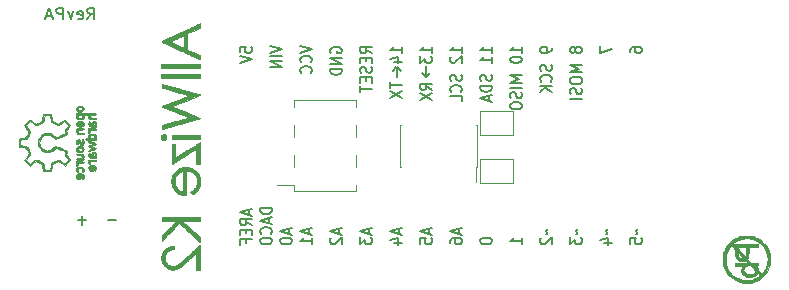
<source format=gbo>
G04 #@! TF.GenerationSoftware,KiCad,Pcbnew,5.1.0-060a0da~80~ubuntu16.04.1*
G04 #@! TF.CreationDate,2019-04-04T13:00:51+02:00*
G04 #@! TF.ProjectId,k2,6b322e6b-6963-4616-945f-706362585858,RevPB*
G04 #@! TF.SameCoordinates,Original*
G04 #@! TF.FileFunction,Legend,Bot*
G04 #@! TF.FilePolarity,Positive*
%FSLAX46Y46*%
G04 Gerber Fmt 4.6, Leading zero omitted, Abs format (unit mm)*
G04 Created by KiCad (PCBNEW 5.1.0-060a0da~80~ubuntu16.04.1) date 2019-04-04 13:00:51*
%MOMM*%
%LPD*%
G04 APERTURE LIST*
%ADD10C,0.150000*%
%ADD11C,0.200000*%
%ADD12C,0.120000*%
%ADD13C,0.010000*%
G04 APERTURE END LIST*
D10*
X146035000Y-87975000D02*
X146035000Y-88855000D01*
X146035000Y-88845000D02*
X146035000Y-88855000D01*
X146035000Y-88855000D02*
X145685000Y-88505000D01*
X146045000Y-88855000D02*
X146365000Y-88535000D01*
X143540000Y-88010000D02*
X143220000Y-88330000D01*
X143550000Y-88010000D02*
X143900000Y-88360000D01*
X143550000Y-88020000D02*
X143550000Y-88010000D01*
X143550000Y-88890000D02*
X143550000Y-88010000D01*
D11*
X119147142Y-101021428D02*
X119832857Y-101021428D01*
X116607142Y-101021428D02*
X117292857Y-101021428D01*
X116950000Y-101402380D02*
X116950000Y-100640476D01*
X131026666Y-100104285D02*
X131026666Y-100532857D01*
X131312380Y-100018571D02*
X130312380Y-100318571D01*
X131312380Y-100618571D01*
X131312380Y-101432857D02*
X130836190Y-101132857D01*
X131312380Y-100918571D02*
X130312380Y-100918571D01*
X130312380Y-101261428D01*
X130360000Y-101347142D01*
X130407619Y-101390000D01*
X130502857Y-101432857D01*
X130645714Y-101432857D01*
X130740952Y-101390000D01*
X130788571Y-101347142D01*
X130836190Y-101261428D01*
X130836190Y-100918571D01*
X130788571Y-101818571D02*
X130788571Y-102118571D01*
X131312380Y-102247142D02*
X131312380Y-101818571D01*
X130312380Y-101818571D01*
X130312380Y-102247142D01*
X130788571Y-102932857D02*
X130788571Y-102632857D01*
X131312380Y-102632857D02*
X130312380Y-102632857D01*
X130312380Y-103061428D01*
X133002380Y-99975714D02*
X132002380Y-99975714D01*
X132002380Y-100190000D01*
X132050000Y-100318571D01*
X132145238Y-100404285D01*
X132240476Y-100447142D01*
X132430952Y-100490000D01*
X132573809Y-100490000D01*
X132764285Y-100447142D01*
X132859523Y-100404285D01*
X132954761Y-100318571D01*
X133002380Y-100190000D01*
X133002380Y-99975714D01*
X132716666Y-100832857D02*
X132716666Y-101261428D01*
X133002380Y-100747142D02*
X132002380Y-101047142D01*
X133002380Y-101347142D01*
X132907142Y-102161428D02*
X132954761Y-102118571D01*
X133002380Y-101990000D01*
X133002380Y-101904285D01*
X132954761Y-101775714D01*
X132859523Y-101690000D01*
X132764285Y-101647142D01*
X132573809Y-101604285D01*
X132430952Y-101604285D01*
X132240476Y-101647142D01*
X132145238Y-101690000D01*
X132050000Y-101775714D01*
X132002380Y-101904285D01*
X132002380Y-101990000D01*
X132050000Y-102118571D01*
X132097619Y-102161428D01*
X132002380Y-102718571D02*
X132002380Y-102804285D01*
X132050000Y-102890000D01*
X132097619Y-102932857D01*
X132192857Y-102975714D01*
X132383333Y-103018571D01*
X132621428Y-103018571D01*
X132811904Y-102975714D01*
X132907142Y-102932857D01*
X132954761Y-102890000D01*
X133002380Y-102804285D01*
X133002380Y-102718571D01*
X132954761Y-102632857D01*
X132907142Y-102590000D01*
X132811904Y-102547142D01*
X132621428Y-102504285D01*
X132383333Y-102504285D01*
X132192857Y-102547142D01*
X132097619Y-102590000D01*
X132050000Y-102632857D01*
X132002380Y-102718571D01*
X134416666Y-101732857D02*
X134416666Y-102161428D01*
X134702380Y-101647142D02*
X133702380Y-101947142D01*
X134702380Y-102247142D01*
X133702380Y-102718571D02*
X133702380Y-102804285D01*
X133750000Y-102890000D01*
X133797619Y-102932857D01*
X133892857Y-102975714D01*
X134083333Y-103018571D01*
X134321428Y-103018571D01*
X134511904Y-102975714D01*
X134607142Y-102932857D01*
X134654761Y-102890000D01*
X134702380Y-102804285D01*
X134702380Y-102718571D01*
X134654761Y-102632857D01*
X134607142Y-102590000D01*
X134511904Y-102547142D01*
X134321428Y-102504285D01*
X134083333Y-102504285D01*
X133892857Y-102547142D01*
X133797619Y-102590000D01*
X133750000Y-102632857D01*
X133702380Y-102718571D01*
X136106666Y-101732857D02*
X136106666Y-102161428D01*
X136392380Y-101647142D02*
X135392380Y-101947142D01*
X136392380Y-102247142D01*
X136392380Y-103018571D02*
X136392380Y-102504285D01*
X136392380Y-102761428D02*
X135392380Y-102761428D01*
X135535238Y-102675714D01*
X135630476Y-102590000D01*
X135678095Y-102504285D01*
X138646666Y-101732857D02*
X138646666Y-102161428D01*
X138932380Y-101647142D02*
X137932380Y-101947142D01*
X138932380Y-102247142D01*
X138027619Y-102504285D02*
X137980000Y-102547142D01*
X137932380Y-102632857D01*
X137932380Y-102847142D01*
X137980000Y-102932857D01*
X138027619Y-102975714D01*
X138122857Y-103018571D01*
X138218095Y-103018571D01*
X138360952Y-102975714D01*
X138932380Y-102461428D01*
X138932380Y-103018571D01*
X141186666Y-101732857D02*
X141186666Y-102161428D01*
X141472380Y-101647142D02*
X140472380Y-101947142D01*
X141472380Y-102247142D01*
X140472380Y-102461428D02*
X140472380Y-103018571D01*
X140853333Y-102718571D01*
X140853333Y-102847142D01*
X140900952Y-102932857D01*
X140948571Y-102975714D01*
X141043809Y-103018571D01*
X141281904Y-103018571D01*
X141377142Y-102975714D01*
X141424761Y-102932857D01*
X141472380Y-102847142D01*
X141472380Y-102590000D01*
X141424761Y-102504285D01*
X141377142Y-102461428D01*
X143726666Y-101732857D02*
X143726666Y-102161428D01*
X144012380Y-101647142D02*
X143012380Y-101947142D01*
X144012380Y-102247142D01*
X143345714Y-102932857D02*
X144012380Y-102932857D01*
X142964761Y-102718571D02*
X143679047Y-102504285D01*
X143679047Y-103061428D01*
X146266666Y-101732857D02*
X146266666Y-102161428D01*
X146552380Y-101647142D02*
X145552380Y-101947142D01*
X146552380Y-102247142D01*
X145552380Y-102975714D02*
X145552380Y-102547142D01*
X146028571Y-102504285D01*
X145980952Y-102547142D01*
X145933333Y-102632857D01*
X145933333Y-102847142D01*
X145980952Y-102932857D01*
X146028571Y-102975714D01*
X146123809Y-103018571D01*
X146361904Y-103018571D01*
X146457142Y-102975714D01*
X146504761Y-102932857D01*
X146552380Y-102847142D01*
X146552380Y-102632857D01*
X146504761Y-102547142D01*
X146457142Y-102504285D01*
X148806666Y-101732857D02*
X148806666Y-102161428D01*
X149092380Y-101647142D02*
X148092380Y-101947142D01*
X149092380Y-102247142D01*
X148092380Y-102932857D02*
X148092380Y-102761428D01*
X148140000Y-102675714D01*
X148187619Y-102632857D01*
X148330476Y-102547142D01*
X148520952Y-102504285D01*
X148901904Y-102504285D01*
X148997142Y-102547142D01*
X149044761Y-102590000D01*
X149092380Y-102675714D01*
X149092380Y-102847142D01*
X149044761Y-102932857D01*
X148997142Y-102975714D01*
X148901904Y-103018571D01*
X148663809Y-103018571D01*
X148568571Y-102975714D01*
X148520952Y-102932857D01*
X148473333Y-102847142D01*
X148473333Y-102675714D01*
X148520952Y-102590000D01*
X148568571Y-102547142D01*
X148663809Y-102504285D01*
X150632380Y-102718571D02*
X150632380Y-102804285D01*
X150680000Y-102890000D01*
X150727619Y-102932857D01*
X150822857Y-102975714D01*
X151013333Y-103018571D01*
X151251428Y-103018571D01*
X151441904Y-102975714D01*
X151537142Y-102932857D01*
X151584761Y-102890000D01*
X151632380Y-102804285D01*
X151632380Y-102718571D01*
X151584761Y-102632857D01*
X151537142Y-102590000D01*
X151441904Y-102547142D01*
X151251428Y-102504285D01*
X151013333Y-102504285D01*
X150822857Y-102547142D01*
X150727619Y-102590000D01*
X150680000Y-102632857D01*
X150632380Y-102718571D01*
X154172380Y-103018571D02*
X154172380Y-102504285D01*
X154172380Y-102761428D02*
X153172380Y-102761428D01*
X153315238Y-102675714D01*
X153410476Y-102590000D01*
X153458095Y-102504285D01*
X156331428Y-101775714D02*
X156283809Y-101818571D01*
X156236190Y-101904285D01*
X156331428Y-102075714D01*
X156283809Y-102161428D01*
X156236190Y-102204285D01*
X155807619Y-102504285D02*
X155760000Y-102547142D01*
X155712380Y-102632857D01*
X155712380Y-102847142D01*
X155760000Y-102932857D01*
X155807619Y-102975714D01*
X155902857Y-103018571D01*
X155998095Y-103018571D01*
X156140952Y-102975714D01*
X156712380Y-102461428D01*
X156712380Y-103018571D01*
X158871428Y-101775714D02*
X158823809Y-101818571D01*
X158776190Y-101904285D01*
X158871428Y-102075714D01*
X158823809Y-102161428D01*
X158776190Y-102204285D01*
X158252380Y-102461428D02*
X158252380Y-103018571D01*
X158633333Y-102718571D01*
X158633333Y-102847142D01*
X158680952Y-102932857D01*
X158728571Y-102975714D01*
X158823809Y-103018571D01*
X159061904Y-103018571D01*
X159157142Y-102975714D01*
X159204761Y-102932857D01*
X159252380Y-102847142D01*
X159252380Y-102590000D01*
X159204761Y-102504285D01*
X159157142Y-102461428D01*
X161411428Y-101775714D02*
X161363809Y-101818571D01*
X161316190Y-101904285D01*
X161411428Y-102075714D01*
X161363809Y-102161428D01*
X161316190Y-102204285D01*
X161125714Y-102932857D02*
X161792380Y-102932857D01*
X160744761Y-102718571D02*
X161459047Y-102504285D01*
X161459047Y-103061428D01*
X163951428Y-101775714D02*
X163903809Y-101818571D01*
X163856190Y-101904285D01*
X163951428Y-102075714D01*
X163903809Y-102161428D01*
X163856190Y-102204285D01*
X163332380Y-102975714D02*
X163332380Y-102547142D01*
X163808571Y-102504285D01*
X163760952Y-102547142D01*
X163713333Y-102632857D01*
X163713333Y-102847142D01*
X163760952Y-102932857D01*
X163808571Y-102975714D01*
X163903809Y-103018571D01*
X164141904Y-103018571D01*
X164237142Y-102975714D01*
X164284761Y-102932857D01*
X164332380Y-102847142D01*
X164332380Y-102632857D01*
X164284761Y-102547142D01*
X164237142Y-102504285D01*
X163332380Y-86730000D02*
X163332380Y-86558571D01*
X163380000Y-86472857D01*
X163427619Y-86430000D01*
X163570476Y-86344285D01*
X163760952Y-86301428D01*
X164141904Y-86301428D01*
X164237142Y-86344285D01*
X164284761Y-86387142D01*
X164332380Y-86472857D01*
X164332380Y-86644285D01*
X164284761Y-86730000D01*
X164237142Y-86772857D01*
X164141904Y-86815714D01*
X163903809Y-86815714D01*
X163808571Y-86772857D01*
X163760952Y-86730000D01*
X163713333Y-86644285D01*
X163713333Y-86472857D01*
X163760952Y-86387142D01*
X163808571Y-86344285D01*
X163903809Y-86301428D01*
X160792380Y-86258571D02*
X160792380Y-86858571D01*
X161792380Y-86472857D01*
X158680952Y-86472857D02*
X158633333Y-86387142D01*
X158585714Y-86344285D01*
X158490476Y-86301428D01*
X158442857Y-86301428D01*
X158347619Y-86344285D01*
X158300000Y-86387142D01*
X158252380Y-86472857D01*
X158252380Y-86644285D01*
X158300000Y-86730000D01*
X158347619Y-86772857D01*
X158442857Y-86815714D01*
X158490476Y-86815714D01*
X158585714Y-86772857D01*
X158633333Y-86730000D01*
X158680952Y-86644285D01*
X158680952Y-86472857D01*
X158728571Y-86387142D01*
X158776190Y-86344285D01*
X158871428Y-86301428D01*
X159061904Y-86301428D01*
X159157142Y-86344285D01*
X159204761Y-86387142D01*
X159252380Y-86472857D01*
X159252380Y-86644285D01*
X159204761Y-86730000D01*
X159157142Y-86772857D01*
X159061904Y-86815714D01*
X158871428Y-86815714D01*
X158776190Y-86772857D01*
X158728571Y-86730000D01*
X158680952Y-86644285D01*
X159252380Y-87887142D02*
X158252380Y-87887142D01*
X158966666Y-88187142D01*
X158252380Y-88487142D01*
X159252380Y-88487142D01*
X158252380Y-89087142D02*
X158252380Y-89258571D01*
X158300000Y-89344285D01*
X158395238Y-89430000D01*
X158585714Y-89472857D01*
X158919047Y-89472857D01*
X159109523Y-89430000D01*
X159204761Y-89344285D01*
X159252380Y-89258571D01*
X159252380Y-89087142D01*
X159204761Y-89001428D01*
X159109523Y-88915714D01*
X158919047Y-88872857D01*
X158585714Y-88872857D01*
X158395238Y-88915714D01*
X158300000Y-89001428D01*
X158252380Y-89087142D01*
X159204761Y-89815714D02*
X159252380Y-89944285D01*
X159252380Y-90158571D01*
X159204761Y-90244285D01*
X159157142Y-90287142D01*
X159061904Y-90330000D01*
X158966666Y-90330000D01*
X158871428Y-90287142D01*
X158823809Y-90244285D01*
X158776190Y-90158571D01*
X158728571Y-89987142D01*
X158680952Y-89901428D01*
X158633333Y-89858571D01*
X158538095Y-89815714D01*
X158442857Y-89815714D01*
X158347619Y-89858571D01*
X158300000Y-89901428D01*
X158252380Y-89987142D01*
X158252380Y-90201428D01*
X158300000Y-90330000D01*
X159252380Y-90715714D02*
X158252380Y-90715714D01*
X156712380Y-86387142D02*
X156712380Y-86558571D01*
X156664761Y-86644285D01*
X156617142Y-86687142D01*
X156474285Y-86772857D01*
X156283809Y-86815714D01*
X155902857Y-86815714D01*
X155807619Y-86772857D01*
X155760000Y-86730000D01*
X155712380Y-86644285D01*
X155712380Y-86472857D01*
X155760000Y-86387142D01*
X155807619Y-86344285D01*
X155902857Y-86301428D01*
X156140952Y-86301428D01*
X156236190Y-86344285D01*
X156283809Y-86387142D01*
X156331428Y-86472857D01*
X156331428Y-86644285D01*
X156283809Y-86730000D01*
X156236190Y-86772857D01*
X156140952Y-86815714D01*
X156664761Y-87844285D02*
X156712380Y-87972857D01*
X156712380Y-88187142D01*
X156664761Y-88272857D01*
X156617142Y-88315714D01*
X156521904Y-88358571D01*
X156426666Y-88358571D01*
X156331428Y-88315714D01*
X156283809Y-88272857D01*
X156236190Y-88187142D01*
X156188571Y-88015714D01*
X156140952Y-87930000D01*
X156093333Y-87887142D01*
X155998095Y-87844285D01*
X155902857Y-87844285D01*
X155807619Y-87887142D01*
X155760000Y-87930000D01*
X155712380Y-88015714D01*
X155712380Y-88230000D01*
X155760000Y-88358571D01*
X156617142Y-89258571D02*
X156664761Y-89215714D01*
X156712380Y-89087142D01*
X156712380Y-89001428D01*
X156664761Y-88872857D01*
X156569523Y-88787142D01*
X156474285Y-88744285D01*
X156283809Y-88701428D01*
X156140952Y-88701428D01*
X155950476Y-88744285D01*
X155855238Y-88787142D01*
X155760000Y-88872857D01*
X155712380Y-89001428D01*
X155712380Y-89087142D01*
X155760000Y-89215714D01*
X155807619Y-89258571D01*
X156712380Y-89644285D02*
X155712380Y-89644285D01*
X156712380Y-90158571D02*
X156140952Y-89772857D01*
X155712380Y-90158571D02*
X156283809Y-89644285D01*
X154172380Y-86815714D02*
X154172380Y-86301428D01*
X154172380Y-86558571D02*
X153172380Y-86558571D01*
X153315238Y-86472857D01*
X153410476Y-86387142D01*
X153458095Y-86301428D01*
X153172380Y-87372857D02*
X153172380Y-87458571D01*
X153220000Y-87544285D01*
X153267619Y-87587142D01*
X153362857Y-87630000D01*
X153553333Y-87672857D01*
X153791428Y-87672857D01*
X153981904Y-87630000D01*
X154077142Y-87587142D01*
X154124761Y-87544285D01*
X154172380Y-87458571D01*
X154172380Y-87372857D01*
X154124761Y-87287142D01*
X154077142Y-87244285D01*
X153981904Y-87201428D01*
X153791428Y-87158571D01*
X153553333Y-87158571D01*
X153362857Y-87201428D01*
X153267619Y-87244285D01*
X153220000Y-87287142D01*
X153172380Y-87372857D01*
X154172380Y-88744285D02*
X153172380Y-88744285D01*
X153886666Y-89044285D01*
X153172380Y-89344285D01*
X154172380Y-89344285D01*
X154172380Y-89772857D02*
X153172380Y-89772857D01*
X154124761Y-90158571D02*
X154172380Y-90287142D01*
X154172380Y-90501428D01*
X154124761Y-90587142D01*
X154077142Y-90630000D01*
X153981904Y-90672857D01*
X153886666Y-90672857D01*
X153791428Y-90630000D01*
X153743809Y-90587142D01*
X153696190Y-90501428D01*
X153648571Y-90330000D01*
X153600952Y-90244285D01*
X153553333Y-90201428D01*
X153458095Y-90158571D01*
X153362857Y-90158571D01*
X153267619Y-90201428D01*
X153220000Y-90244285D01*
X153172380Y-90330000D01*
X153172380Y-90544285D01*
X153220000Y-90672857D01*
X153172380Y-91230000D02*
X153172380Y-91401428D01*
X153220000Y-91487142D01*
X153315238Y-91572857D01*
X153505714Y-91615714D01*
X153839047Y-91615714D01*
X154029523Y-91572857D01*
X154124761Y-91487142D01*
X154172380Y-91401428D01*
X154172380Y-91230000D01*
X154124761Y-91144285D01*
X154029523Y-91058571D01*
X153839047Y-91015714D01*
X153505714Y-91015714D01*
X153315238Y-91058571D01*
X153220000Y-91144285D01*
X153172380Y-91230000D01*
X151632380Y-86815714D02*
X151632380Y-86301428D01*
X151632380Y-86558571D02*
X150632380Y-86558571D01*
X150775238Y-86472857D01*
X150870476Y-86387142D01*
X150918095Y-86301428D01*
X151632380Y-87672857D02*
X151632380Y-87158571D01*
X151632380Y-87415714D02*
X150632380Y-87415714D01*
X150775238Y-87330000D01*
X150870476Y-87244285D01*
X150918095Y-87158571D01*
X151584761Y-88701428D02*
X151632380Y-88830000D01*
X151632380Y-89044285D01*
X151584761Y-89130000D01*
X151537142Y-89172857D01*
X151441904Y-89215714D01*
X151346666Y-89215714D01*
X151251428Y-89172857D01*
X151203809Y-89130000D01*
X151156190Y-89044285D01*
X151108571Y-88872857D01*
X151060952Y-88787142D01*
X151013333Y-88744285D01*
X150918095Y-88701428D01*
X150822857Y-88701428D01*
X150727619Y-88744285D01*
X150680000Y-88787142D01*
X150632380Y-88872857D01*
X150632380Y-89087142D01*
X150680000Y-89215714D01*
X151632380Y-89601428D02*
X150632380Y-89601428D01*
X150632380Y-89815714D01*
X150680000Y-89944285D01*
X150775238Y-90030000D01*
X150870476Y-90072857D01*
X151060952Y-90115714D01*
X151203809Y-90115714D01*
X151394285Y-90072857D01*
X151489523Y-90030000D01*
X151584761Y-89944285D01*
X151632380Y-89815714D01*
X151632380Y-89601428D01*
X151346666Y-90458571D02*
X151346666Y-90887142D01*
X151632380Y-90372857D02*
X150632380Y-90672857D01*
X151632380Y-90972857D01*
X149092380Y-86815714D02*
X149092380Y-86301428D01*
X149092380Y-86558571D02*
X148092380Y-86558571D01*
X148235238Y-86472857D01*
X148330476Y-86387142D01*
X148378095Y-86301428D01*
X148187619Y-87158571D02*
X148140000Y-87201428D01*
X148092380Y-87287142D01*
X148092380Y-87501428D01*
X148140000Y-87587142D01*
X148187619Y-87630000D01*
X148282857Y-87672857D01*
X148378095Y-87672857D01*
X148520952Y-87630000D01*
X149092380Y-87115714D01*
X149092380Y-87672857D01*
X149044761Y-88701428D02*
X149092380Y-88830000D01*
X149092380Y-89044285D01*
X149044761Y-89130000D01*
X148997142Y-89172857D01*
X148901904Y-89215714D01*
X148806666Y-89215714D01*
X148711428Y-89172857D01*
X148663809Y-89130000D01*
X148616190Y-89044285D01*
X148568571Y-88872857D01*
X148520952Y-88787142D01*
X148473333Y-88744285D01*
X148378095Y-88701428D01*
X148282857Y-88701428D01*
X148187619Y-88744285D01*
X148140000Y-88787142D01*
X148092380Y-88872857D01*
X148092380Y-89087142D01*
X148140000Y-89215714D01*
X148997142Y-90115714D02*
X149044761Y-90072857D01*
X149092380Y-89944285D01*
X149092380Y-89858571D01*
X149044761Y-89730000D01*
X148949523Y-89644285D01*
X148854285Y-89601428D01*
X148663809Y-89558571D01*
X148520952Y-89558571D01*
X148330476Y-89601428D01*
X148235238Y-89644285D01*
X148140000Y-89730000D01*
X148092380Y-89858571D01*
X148092380Y-89944285D01*
X148140000Y-90072857D01*
X148187619Y-90115714D01*
X149092380Y-90930000D02*
X149092380Y-90501428D01*
X148092380Y-90501428D01*
X146552380Y-86815714D02*
X146552380Y-86301428D01*
X146552380Y-86558571D02*
X145552380Y-86558571D01*
X145695238Y-86472857D01*
X145790476Y-86387142D01*
X145838095Y-86301428D01*
X145552380Y-87115714D02*
X145552380Y-87672857D01*
X145933333Y-87372857D01*
X145933333Y-87501428D01*
X145980952Y-87587142D01*
X146028571Y-87630000D01*
X146123809Y-87672857D01*
X146361904Y-87672857D01*
X146457142Y-87630000D01*
X146504761Y-87587142D01*
X146552380Y-87501428D01*
X146552380Y-87244285D01*
X146504761Y-87158571D01*
X146457142Y-87115714D01*
X146552380Y-89944285D02*
X146076190Y-89644285D01*
X146552380Y-89430000D02*
X145552380Y-89430000D01*
X145552380Y-89772857D01*
X145600000Y-89858571D01*
X145647619Y-89901428D01*
X145742857Y-89944285D01*
X145885714Y-89944285D01*
X145980952Y-89901428D01*
X146028571Y-89858571D01*
X146076190Y-89772857D01*
X146076190Y-89430000D01*
X145552380Y-90244285D02*
X146552380Y-90844285D01*
X145552380Y-90844285D02*
X146552380Y-90244285D01*
X144012380Y-86815714D02*
X144012380Y-86301428D01*
X144012380Y-86558571D02*
X143012380Y-86558571D01*
X143155238Y-86472857D01*
X143250476Y-86387142D01*
X143298095Y-86301428D01*
X143345714Y-87587142D02*
X144012380Y-87587142D01*
X142964761Y-87372857D02*
X143679047Y-87158571D01*
X143679047Y-87715714D01*
X143012380Y-89301428D02*
X143012380Y-89815714D01*
X144012380Y-89558571D02*
X143012380Y-89558571D01*
X143012380Y-90030000D02*
X144012380Y-90630000D01*
X143012380Y-90630000D02*
X144012380Y-90030000D01*
X141472380Y-86858571D02*
X140996190Y-86558571D01*
X141472380Y-86344285D02*
X140472380Y-86344285D01*
X140472380Y-86687142D01*
X140520000Y-86772857D01*
X140567619Y-86815714D01*
X140662857Y-86858571D01*
X140805714Y-86858571D01*
X140900952Y-86815714D01*
X140948571Y-86772857D01*
X140996190Y-86687142D01*
X140996190Y-86344285D01*
X140948571Y-87244285D02*
X140948571Y-87544285D01*
X141472380Y-87672857D02*
X141472380Y-87244285D01*
X140472380Y-87244285D01*
X140472380Y-87672857D01*
X141424761Y-88015714D02*
X141472380Y-88144285D01*
X141472380Y-88358571D01*
X141424761Y-88444285D01*
X141377142Y-88487142D01*
X141281904Y-88530000D01*
X141186666Y-88530000D01*
X141091428Y-88487142D01*
X141043809Y-88444285D01*
X140996190Y-88358571D01*
X140948571Y-88187142D01*
X140900952Y-88101428D01*
X140853333Y-88058571D01*
X140758095Y-88015714D01*
X140662857Y-88015714D01*
X140567619Y-88058571D01*
X140520000Y-88101428D01*
X140472380Y-88187142D01*
X140472380Y-88401428D01*
X140520000Y-88530000D01*
X140948571Y-88915714D02*
X140948571Y-89215714D01*
X141472380Y-89344285D02*
X141472380Y-88915714D01*
X140472380Y-88915714D01*
X140472380Y-89344285D01*
X140472380Y-89601428D02*
X140472380Y-90115714D01*
X141472380Y-89858571D02*
X140472380Y-89858571D01*
X137980000Y-86815714D02*
X137932380Y-86730000D01*
X137932380Y-86601428D01*
X137980000Y-86472857D01*
X138075238Y-86387142D01*
X138170476Y-86344285D01*
X138360952Y-86301428D01*
X138503809Y-86301428D01*
X138694285Y-86344285D01*
X138789523Y-86387142D01*
X138884761Y-86472857D01*
X138932380Y-86601428D01*
X138932380Y-86687142D01*
X138884761Y-86815714D01*
X138837142Y-86858571D01*
X138503809Y-86858571D01*
X138503809Y-86687142D01*
X138932380Y-87244285D02*
X137932380Y-87244285D01*
X138932380Y-87758571D01*
X137932380Y-87758571D01*
X138932380Y-88187142D02*
X137932380Y-88187142D01*
X137932380Y-88401428D01*
X137980000Y-88530000D01*
X138075238Y-88615714D01*
X138170476Y-88658571D01*
X138360952Y-88701428D01*
X138503809Y-88701428D01*
X138694285Y-88658571D01*
X138789523Y-88615714D01*
X138884761Y-88530000D01*
X138932380Y-88401428D01*
X138932380Y-88187142D01*
X135392380Y-86215714D02*
X136392380Y-86515714D01*
X135392380Y-86815714D01*
X136297142Y-87630000D02*
X136344761Y-87587142D01*
X136392380Y-87458571D01*
X136392380Y-87372857D01*
X136344761Y-87244285D01*
X136249523Y-87158571D01*
X136154285Y-87115714D01*
X135963809Y-87072857D01*
X135820952Y-87072857D01*
X135630476Y-87115714D01*
X135535238Y-87158571D01*
X135440000Y-87244285D01*
X135392380Y-87372857D01*
X135392380Y-87458571D01*
X135440000Y-87587142D01*
X135487619Y-87630000D01*
X136297142Y-88530000D02*
X136344761Y-88487142D01*
X136392380Y-88358571D01*
X136392380Y-88272857D01*
X136344761Y-88144285D01*
X136249523Y-88058571D01*
X136154285Y-88015714D01*
X135963809Y-87972857D01*
X135820952Y-87972857D01*
X135630476Y-88015714D01*
X135535238Y-88058571D01*
X135440000Y-88144285D01*
X135392380Y-88272857D01*
X135392380Y-88358571D01*
X135440000Y-88487142D01*
X135487619Y-88530000D01*
X132852380Y-86215714D02*
X133852380Y-86515714D01*
X132852380Y-86815714D01*
X133852380Y-87115714D02*
X132852380Y-87115714D01*
X133852380Y-87544285D02*
X132852380Y-87544285D01*
X133852380Y-88058571D01*
X132852380Y-88058571D01*
X130312380Y-86772857D02*
X130312380Y-86344285D01*
X130788571Y-86301428D01*
X130740952Y-86344285D01*
X130693333Y-86430000D01*
X130693333Y-86644285D01*
X130740952Y-86730000D01*
X130788571Y-86772857D01*
X130883809Y-86815714D01*
X131121904Y-86815714D01*
X131217142Y-86772857D01*
X131264761Y-86730000D01*
X131312380Y-86644285D01*
X131312380Y-86430000D01*
X131264761Y-86344285D01*
X131217142Y-86301428D01*
X130312380Y-87072857D02*
X131312380Y-87372857D01*
X130312380Y-87672857D01*
X117378571Y-83992380D02*
X117711904Y-83516190D01*
X117950000Y-83992380D02*
X117950000Y-82992380D01*
X117569047Y-82992380D01*
X117473809Y-83040000D01*
X117426190Y-83087619D01*
X117378571Y-83182857D01*
X117378571Y-83325714D01*
X117426190Y-83420952D01*
X117473809Y-83468571D01*
X117569047Y-83516190D01*
X117950000Y-83516190D01*
X116569047Y-83944761D02*
X116664285Y-83992380D01*
X116854761Y-83992380D01*
X116950000Y-83944761D01*
X116997619Y-83849523D01*
X116997619Y-83468571D01*
X116950000Y-83373333D01*
X116854761Y-83325714D01*
X116664285Y-83325714D01*
X116569047Y-83373333D01*
X116521428Y-83468571D01*
X116521428Y-83563809D01*
X116997619Y-83659047D01*
X116188095Y-83325714D02*
X115950000Y-83992380D01*
X115711904Y-83325714D01*
X115330952Y-83992380D02*
X115330952Y-82992380D01*
X114950000Y-82992380D01*
X114854761Y-83040000D01*
X114807142Y-83087619D01*
X114759523Y-83182857D01*
X114759523Y-83325714D01*
X114807142Y-83420952D01*
X114854761Y-83468571D01*
X114950000Y-83516190D01*
X115330952Y-83516190D01*
X114378571Y-83706666D02*
X113902380Y-83706666D01*
X114473809Y-83992380D02*
X114140476Y-82992380D01*
X113807142Y-83992380D01*
D12*
X150335000Y-96455000D02*
X150335000Y-92925000D01*
X143865000Y-96455000D02*
X143865000Y-92925000D01*
X150270000Y-97780000D02*
X150270000Y-96455000D01*
X150335000Y-96455000D02*
X150270000Y-96455000D01*
X150335000Y-92925000D02*
X150270000Y-92925000D01*
X143930000Y-96455000D02*
X143865000Y-96455000D01*
X143930000Y-92925000D02*
X143865000Y-92925000D01*
X134890000Y-98560000D02*
X140090000Y-98560000D01*
X134890000Y-90820000D02*
X140090000Y-90820000D01*
X133450000Y-97990000D02*
X134890000Y-97990000D01*
X134890000Y-98560000D02*
X134890000Y-97990000D01*
X140090000Y-98560000D02*
X140090000Y-97990000D01*
X134890000Y-91390000D02*
X134890000Y-90820000D01*
X140090000Y-91390000D02*
X140090000Y-90820000D01*
X134890000Y-96470000D02*
X134890000Y-95450000D01*
X140090000Y-96470000D02*
X140090000Y-95450000D01*
X134890000Y-93930000D02*
X134890000Y-92910000D01*
X140090000Y-93930000D02*
X140090000Y-92910000D01*
X153450000Y-93750000D02*
X153450000Y-91750000D01*
X150650000Y-93750000D02*
X153450000Y-93750000D01*
X150650000Y-91750000D02*
X150650000Y-93750000D01*
X153450000Y-91750000D02*
X150650000Y-91750000D01*
X153430000Y-97850000D02*
X153430000Y-95850000D01*
X150630000Y-97850000D02*
X153430000Y-97850000D01*
X150630000Y-95850000D02*
X150630000Y-97850000D01*
X153430000Y-95850000D02*
X150630000Y-95850000D01*
D13*
G36*
X116420625Y-92327590D02*
G01*
X116483231Y-92401664D01*
X116599716Y-92448724D01*
X116739208Y-92462857D01*
X116908630Y-92446357D01*
X117015366Y-92395195D01*
X117061777Y-92306875D01*
X117050230Y-92178905D01*
X117040203Y-92145357D01*
X117029758Y-92101470D01*
X117044524Y-92077030D01*
X117098980Y-92066356D01*
X117207602Y-92063765D01*
X117248245Y-92063714D01*
X117483094Y-92063714D01*
X117464498Y-92202359D01*
X117461583Y-92316751D01*
X117495450Y-92393355D01*
X117575500Y-92438741D01*
X117711138Y-92459480D01*
X117837306Y-92462857D01*
X117980071Y-92459960D01*
X118063588Y-92449499D01*
X118101014Y-92428815D01*
X118106857Y-92408429D01*
X118089981Y-92376660D01*
X118030235Y-92359697D01*
X117913942Y-92354079D01*
X117891735Y-92354000D01*
X117733434Y-92339955D01*
X117621695Y-92300743D01*
X117566913Y-92240752D01*
X117563127Y-92215337D01*
X117588241Y-92147084D01*
X117665351Y-92101881D01*
X117802601Y-92075864D01*
X117868516Y-92070437D01*
X118008524Y-92056331D01*
X118084996Y-92034648D01*
X118106857Y-92005059D01*
X118095552Y-91988582D01*
X118056377Y-91976003D01*
X117981443Y-91966845D01*
X117862861Y-91960633D01*
X117692743Y-91956892D01*
X117463199Y-91955147D01*
X117273746Y-91954857D01*
X116783393Y-91954857D01*
X116783393Y-92080696D01*
X116849503Y-92097910D01*
X116927563Y-92154807D01*
X116943210Y-92228822D01*
X116896081Y-92299437D01*
X116853538Y-92324983D01*
X116743458Y-92348915D01*
X116645018Y-92327178D01*
X116579537Y-92268187D01*
X116564714Y-92211007D01*
X116595587Y-92132652D01*
X116675054Y-92086603D01*
X116783393Y-92080696D01*
X116783393Y-91954857D01*
X116440636Y-91954857D01*
X116443462Y-92054643D01*
X116436034Y-92161494D01*
X116420504Y-92232717D01*
X116420625Y-92327590D01*
X116420625Y-92327590D01*
G37*
X116420625Y-92327590D02*
X116483231Y-92401664D01*
X116599716Y-92448724D01*
X116739208Y-92462857D01*
X116908630Y-92446357D01*
X117015366Y-92395195D01*
X117061777Y-92306875D01*
X117050230Y-92178905D01*
X117040203Y-92145357D01*
X117029758Y-92101470D01*
X117044524Y-92077030D01*
X117098980Y-92066356D01*
X117207602Y-92063765D01*
X117248245Y-92063714D01*
X117483094Y-92063714D01*
X117464498Y-92202359D01*
X117461583Y-92316751D01*
X117495450Y-92393355D01*
X117575500Y-92438741D01*
X117711138Y-92459480D01*
X117837306Y-92462857D01*
X117980071Y-92459960D01*
X118063588Y-92449499D01*
X118101014Y-92428815D01*
X118106857Y-92408429D01*
X118089981Y-92376660D01*
X118030235Y-92359697D01*
X117913942Y-92354079D01*
X117891735Y-92354000D01*
X117733434Y-92339955D01*
X117621695Y-92300743D01*
X117566913Y-92240752D01*
X117563127Y-92215337D01*
X117588241Y-92147084D01*
X117665351Y-92101881D01*
X117802601Y-92075864D01*
X117868516Y-92070437D01*
X118008524Y-92056331D01*
X118084996Y-92034648D01*
X118106857Y-92005059D01*
X118095552Y-91988582D01*
X118056377Y-91976003D01*
X117981443Y-91966845D01*
X117862861Y-91960633D01*
X117692743Y-91956892D01*
X117463199Y-91955147D01*
X117273746Y-91954857D01*
X116783393Y-91954857D01*
X116783393Y-92080696D01*
X116849503Y-92097910D01*
X116927563Y-92154807D01*
X116943210Y-92228822D01*
X116896081Y-92299437D01*
X116853538Y-92324983D01*
X116743458Y-92348915D01*
X116645018Y-92327178D01*
X116579537Y-92268187D01*
X116564714Y-92211007D01*
X116595587Y-92132652D01*
X116675054Y-92086603D01*
X116783393Y-92080696D01*
X116783393Y-91954857D01*
X116440636Y-91954857D01*
X116443462Y-92054643D01*
X116436034Y-92161494D01*
X116420504Y-92232717D01*
X116420625Y-92327590D01*
G36*
X117478131Y-92963696D02*
G01*
X117510735Y-93022694D01*
X117571517Y-93056431D01*
X117678188Y-93074635D01*
X117830895Y-93079714D01*
X118094035Y-93079714D01*
X118099169Y-92884611D01*
X118094627Y-92750760D01*
X118069067Y-92667258D01*
X118039222Y-92630611D01*
X117939986Y-92577562D01*
X117854447Y-92586721D01*
X117854447Y-92697732D01*
X117911444Y-92697863D01*
X117967439Y-92744055D01*
X117997320Y-92813921D01*
X117998000Y-92825714D01*
X117971830Y-92902354D01*
X117945161Y-92933252D01*
X117878923Y-92960064D01*
X117833452Y-92922012D01*
X117816571Y-92825714D01*
X117828497Y-92742343D01*
X117854447Y-92697732D01*
X117854447Y-92586721D01*
X117844540Y-92587782D01*
X117765929Y-92652561D01*
X117717199Y-92763190D01*
X117707714Y-92851931D01*
X117699479Y-92941003D01*
X117668020Y-92966953D01*
X117603210Y-92938039D01*
X117602591Y-92937648D01*
X117568915Y-92881228D01*
X117572988Y-92775582D01*
X117575869Y-92679903D01*
X117554393Y-92622506D01*
X117517215Y-92616089D01*
X117486499Y-92648709D01*
X117459026Y-92738285D01*
X117456982Y-92854777D01*
X117478131Y-92963696D01*
X117478131Y-92963696D01*
G37*
X117478131Y-92963696D02*
X117510735Y-93022694D01*
X117571517Y-93056431D01*
X117678188Y-93074635D01*
X117830895Y-93079714D01*
X118094035Y-93079714D01*
X118099169Y-92884611D01*
X118094627Y-92750760D01*
X118069067Y-92667258D01*
X118039222Y-92630611D01*
X117939986Y-92577562D01*
X117854447Y-92586721D01*
X117854447Y-92697732D01*
X117911444Y-92697863D01*
X117967439Y-92744055D01*
X117997320Y-92813921D01*
X117998000Y-92825714D01*
X117971830Y-92902354D01*
X117945161Y-92933252D01*
X117878923Y-92960064D01*
X117833452Y-92922012D01*
X117816571Y-92825714D01*
X117828497Y-92742343D01*
X117854447Y-92697732D01*
X117854447Y-92586721D01*
X117844540Y-92587782D01*
X117765929Y-92652561D01*
X117717199Y-92763190D01*
X117707714Y-92851931D01*
X117699479Y-92941003D01*
X117668020Y-92966953D01*
X117603210Y-92938039D01*
X117602591Y-92937648D01*
X117568915Y-92881228D01*
X117572988Y-92775582D01*
X117575869Y-92679903D01*
X117554393Y-92622506D01*
X117517215Y-92616089D01*
X117486499Y-92648709D01*
X117459026Y-92738285D01*
X117456982Y-92854777D01*
X117478131Y-92963696D01*
G36*
X117461876Y-93526085D02*
G01*
X117470260Y-93608627D01*
X117477113Y-93632504D01*
X117512778Y-93644316D01*
X117553617Y-93612415D01*
X117577315Y-93560250D01*
X117574498Y-93530171D01*
X117573916Y-93452666D01*
X117641024Y-93400448D01*
X117775406Y-93373739D01*
X117875443Y-93370000D01*
X118001624Y-93367652D01*
X118071466Y-93357229D01*
X118101136Y-93333659D01*
X118106857Y-93297429D01*
X118101349Y-93262799D01*
X118075568Y-93241349D01*
X118015633Y-93229959D01*
X117907659Y-93225512D01*
X117783769Y-93224857D01*
X117460680Y-93224857D01*
X117459223Y-93413028D01*
X117461876Y-93526085D01*
X117461876Y-93526085D01*
G37*
X117461876Y-93526085D02*
X117470260Y-93608627D01*
X117477113Y-93632504D01*
X117512778Y-93644316D01*
X117553617Y-93612415D01*
X117577315Y-93560250D01*
X117574498Y-93530171D01*
X117573916Y-93452666D01*
X117641024Y-93400448D01*
X117775406Y-93373739D01*
X117875443Y-93370000D01*
X118001624Y-93367652D01*
X118071466Y-93357229D01*
X118101136Y-93333659D01*
X118106857Y-93297429D01*
X118101349Y-93262799D01*
X118075568Y-93241349D01*
X118015633Y-93229959D01*
X117907659Y-93225512D01*
X117783769Y-93224857D01*
X117460680Y-93224857D01*
X117459223Y-93413028D01*
X117461876Y-93526085D01*
G36*
X117203845Y-94162117D02*
G01*
X117224098Y-94182510D01*
X117272261Y-94195064D01*
X117360124Y-94201666D01*
X117499475Y-94204203D01*
X117653286Y-94204572D01*
X117841519Y-94203911D01*
X117968972Y-94200670D01*
X118047436Y-94192964D01*
X118088699Y-94178906D01*
X118104550Y-94156610D01*
X118106857Y-94132000D01*
X118088667Y-94073090D01*
X118063314Y-94059429D01*
X118038069Y-94048719D01*
X118063314Y-94015886D01*
X118101045Y-93934815D01*
X118098876Y-93832960D01*
X118076536Y-93777552D01*
X118004766Y-93723226D01*
X117888166Y-93690356D01*
X117778681Y-93681942D01*
X117778681Y-93805429D01*
X117890222Y-93813575D01*
X117944864Y-93845996D01*
X117957231Y-93914662D01*
X117954309Y-93949214D01*
X117939800Y-94006813D01*
X117900135Y-94033642D01*
X117814243Y-94041108D01*
X117784240Y-94041286D01*
X117656755Y-94027323D01*
X117588764Y-93983840D01*
X117586773Y-93980827D01*
X117571226Y-93905791D01*
X117617073Y-93845659D01*
X117713298Y-93810500D01*
X117778681Y-93805429D01*
X117778681Y-93681942D01*
X117751509Y-93679853D01*
X117619570Y-93692627D01*
X117517120Y-93729589D01*
X117485987Y-93755835D01*
X117462077Y-93827406D01*
X117464727Y-93931801D01*
X117464878Y-93932736D01*
X117485437Y-94059429D01*
X117342576Y-94059429D01*
X117248532Y-94065724D01*
X117207377Y-94091069D01*
X117199714Y-94132000D01*
X117203845Y-94162117D01*
X117203845Y-94162117D01*
G37*
X117203845Y-94162117D02*
X117224098Y-94182510D01*
X117272261Y-94195064D01*
X117360124Y-94201666D01*
X117499475Y-94204203D01*
X117653286Y-94204572D01*
X117841519Y-94203911D01*
X117968972Y-94200670D01*
X118047436Y-94192964D01*
X118088699Y-94178906D01*
X118104550Y-94156610D01*
X118106857Y-94132000D01*
X118088667Y-94073090D01*
X118063314Y-94059429D01*
X118038069Y-94048719D01*
X118063314Y-94015886D01*
X118101045Y-93934815D01*
X118098876Y-93832960D01*
X118076536Y-93777552D01*
X118004766Y-93723226D01*
X117888166Y-93690356D01*
X117778681Y-93681942D01*
X117778681Y-93805429D01*
X117890222Y-93813575D01*
X117944864Y-93845996D01*
X117957231Y-93914662D01*
X117954309Y-93949214D01*
X117939800Y-94006813D01*
X117900135Y-94033642D01*
X117814243Y-94041108D01*
X117784240Y-94041286D01*
X117656755Y-94027323D01*
X117588764Y-93983840D01*
X117586773Y-93980827D01*
X117571226Y-93905791D01*
X117617073Y-93845659D01*
X117713298Y-93810500D01*
X117778681Y-93805429D01*
X117778681Y-93681942D01*
X117751509Y-93679853D01*
X117619570Y-93692627D01*
X117517120Y-93729589D01*
X117485987Y-93755835D01*
X117462077Y-93827406D01*
X117464727Y-93931801D01*
X117464878Y-93932736D01*
X117485437Y-94059429D01*
X117342576Y-94059429D01*
X117248532Y-94065724D01*
X117207377Y-94091069D01*
X117199714Y-94132000D01*
X117203845Y-94162117D01*
G36*
X117468539Y-95168976D02*
G01*
X117524693Y-95166615D01*
X117529344Y-95165172D01*
X117768734Y-95086662D01*
X117941067Y-95022795D01*
X118049583Y-94970178D01*
X118097520Y-94925416D01*
X118088116Y-94885115D01*
X118024611Y-94845883D01*
X117910241Y-94804324D01*
X117882014Y-94795576D01*
X117653286Y-94725978D01*
X117870664Y-94655775D01*
X118011252Y-94603293D01*
X118084255Y-94555712D01*
X118088787Y-94509161D01*
X118023961Y-94459772D01*
X117888890Y-94403675D01*
X117806488Y-94375710D01*
X117647713Y-94324345D01*
X117545554Y-94294059D01*
X117487533Y-94283729D01*
X117461173Y-94292230D01*
X117453999Y-94318437D01*
X117453714Y-94343919D01*
X117472247Y-94388805D01*
X117536813Y-94425048D01*
X117653286Y-94458572D01*
X117761570Y-94488393D01*
X117834048Y-94515715D01*
X117852857Y-94530312D01*
X117821246Y-94553125D01*
X117739418Y-94587583D01*
X117653286Y-94617085D01*
X117541653Y-94660282D01*
X117470234Y-94703877D01*
X117453714Y-94729419D01*
X117486765Y-94766699D01*
X117576208Y-94811559D01*
X117680500Y-94848362D01*
X117907286Y-94917880D01*
X117680500Y-94983293D01*
X117551655Y-95025402D01*
X117480916Y-95063416D01*
X117454842Y-95105376D01*
X117453714Y-95118941D01*
X117468539Y-95168976D01*
X117468539Y-95168976D01*
G37*
X117468539Y-95168976D02*
X117524693Y-95166615D01*
X117529344Y-95165172D01*
X117768734Y-95086662D01*
X117941067Y-95022795D01*
X118049583Y-94970178D01*
X118097520Y-94925416D01*
X118088116Y-94885115D01*
X118024611Y-94845883D01*
X117910241Y-94804324D01*
X117882014Y-94795576D01*
X117653286Y-94725978D01*
X117870664Y-94655775D01*
X118011252Y-94603293D01*
X118084255Y-94555712D01*
X118088787Y-94509161D01*
X118023961Y-94459772D01*
X117888890Y-94403675D01*
X117806488Y-94375710D01*
X117647713Y-94324345D01*
X117545554Y-94294059D01*
X117487533Y-94283729D01*
X117461173Y-94292230D01*
X117453999Y-94318437D01*
X117453714Y-94343919D01*
X117472247Y-94388805D01*
X117536813Y-94425048D01*
X117653286Y-94458572D01*
X117761570Y-94488393D01*
X117834048Y-94515715D01*
X117852857Y-94530312D01*
X117821246Y-94553125D01*
X117739418Y-94587583D01*
X117653286Y-94617085D01*
X117541653Y-94660282D01*
X117470234Y-94703877D01*
X117453714Y-94729419D01*
X117486765Y-94766699D01*
X117576208Y-94811559D01*
X117680500Y-94848362D01*
X117907286Y-94917880D01*
X117680500Y-94983293D01*
X117551655Y-95025402D01*
X117480916Y-95063416D01*
X117454842Y-95105376D01*
X117453714Y-95118941D01*
X117468539Y-95168976D01*
G36*
X117466364Y-95569059D02*
G01*
X117508126Y-95653055D01*
X117595759Y-95702859D01*
X117738804Y-95725340D01*
X117856158Y-95728572D01*
X118097312Y-95728572D01*
X118099079Y-95531826D01*
X118092031Y-95409050D01*
X118072064Y-95309585D01*
X118055665Y-95273290D01*
X117980093Y-95223586D01*
X117879178Y-95215238D01*
X117874662Y-95216830D01*
X117874662Y-95341145D01*
X117941759Y-95344027D01*
X117982963Y-95398376D01*
X117987593Y-95484702D01*
X117975975Y-95526032D01*
X117925466Y-95574456D01*
X117885261Y-95583429D01*
X117836198Y-95554385D01*
X117814420Y-95486572D01*
X117821193Y-95408969D01*
X117857787Y-95350555D01*
X117874662Y-95341145D01*
X117874662Y-95216830D01*
X117786884Y-95247780D01*
X117755901Y-95277400D01*
X117722002Y-95359473D01*
X117707716Y-95464998D01*
X117707714Y-95466025D01*
X117699929Y-95549660D01*
X117670392Y-95577888D01*
X117644214Y-95576178D01*
X117600363Y-95546667D01*
X117582267Y-95470313D01*
X117580714Y-95419303D01*
X117571621Y-95318698D01*
X117541521Y-95277481D01*
X117526286Y-95275000D01*
X117488393Y-95300093D01*
X117466699Y-95382102D01*
X117460934Y-95444003D01*
X117466364Y-95569059D01*
X117466364Y-95569059D01*
G37*
X117466364Y-95569059D02*
X117508126Y-95653055D01*
X117595759Y-95702859D01*
X117738804Y-95725340D01*
X117856158Y-95728572D01*
X118097312Y-95728572D01*
X118099079Y-95531826D01*
X118092031Y-95409050D01*
X118072064Y-95309585D01*
X118055665Y-95273290D01*
X117980093Y-95223586D01*
X117879178Y-95215238D01*
X117874662Y-95216830D01*
X117874662Y-95341145D01*
X117941759Y-95344027D01*
X117982963Y-95398376D01*
X117987593Y-95484702D01*
X117975975Y-95526032D01*
X117925466Y-95574456D01*
X117885261Y-95583429D01*
X117836198Y-95554385D01*
X117814420Y-95486572D01*
X117821193Y-95408969D01*
X117857787Y-95350555D01*
X117874662Y-95341145D01*
X117874662Y-95216830D01*
X117786884Y-95247780D01*
X117755901Y-95277400D01*
X117722002Y-95359473D01*
X117707716Y-95464998D01*
X117707714Y-95466025D01*
X117699929Y-95549660D01*
X117670392Y-95577888D01*
X117644214Y-95576178D01*
X117600363Y-95546667D01*
X117582267Y-95470313D01*
X117580714Y-95419303D01*
X117571621Y-95318698D01*
X117541521Y-95277481D01*
X117526286Y-95275000D01*
X117488393Y-95300093D01*
X117466699Y-95382102D01*
X117460934Y-95444003D01*
X117466364Y-95569059D01*
G36*
X117461222Y-96191398D02*
G01*
X117472169Y-96250200D01*
X117498702Y-96267578D01*
X117518310Y-96265743D01*
X117569746Y-96221785D01*
X117582434Y-96152050D01*
X117597781Y-96068435D01*
X117648494Y-96016748D01*
X117746745Y-95990479D01*
X117898214Y-95983127D01*
X118021721Y-95978253D01*
X118086699Y-95962074D01*
X118106781Y-95930998D01*
X118106857Y-95928143D01*
X118093981Y-95901363D01*
X118047029Y-95884782D01*
X117953513Y-95876277D01*
X117800947Y-95873725D01*
X117786697Y-95873715D01*
X117466536Y-95873715D01*
X117461221Y-96075736D01*
X117461222Y-96191398D01*
X117461222Y-96191398D01*
G37*
X117461222Y-96191398D02*
X117472169Y-96250200D01*
X117498702Y-96267578D01*
X117518310Y-96265743D01*
X117569746Y-96221785D01*
X117582434Y-96152050D01*
X117597781Y-96068435D01*
X117648494Y-96016748D01*
X117746745Y-95990479D01*
X117898214Y-95983127D01*
X118021721Y-95978253D01*
X118086699Y-95962074D01*
X118106781Y-95930998D01*
X118106857Y-95928143D01*
X118093981Y-95901363D01*
X118047029Y-95884782D01*
X117953513Y-95876277D01*
X117800947Y-95873725D01*
X117786697Y-95873715D01*
X117466536Y-95873715D01*
X117461221Y-96075736D01*
X117461222Y-96191398D01*
G36*
X117484550Y-96706261D02*
G01*
X117576188Y-96795308D01*
X117701024Y-96839391D01*
X117816571Y-96862500D01*
X117816571Y-96658393D01*
X117821477Y-96535685D01*
X117838457Y-96471997D01*
X117869723Y-96454286D01*
X117933413Y-96485158D01*
X117973049Y-96557584D01*
X117974856Y-96641277D01*
X117965523Y-96664884D01*
X117951437Y-96751295D01*
X117964936Y-96782813D01*
X117997811Y-96813068D01*
X118036225Y-96786012D01*
X118053118Y-96764851D01*
X118102638Y-96645378D01*
X118090460Y-96515570D01*
X118018884Y-96399306D01*
X118017792Y-96398208D01*
X117904895Y-96326634D01*
X117775809Y-96305743D01*
X117652147Y-96329117D01*
X117652147Y-96454286D01*
X117692469Y-96479673D01*
X117707388Y-96562671D01*
X117707714Y-96584310D01*
X117697393Y-96674942D01*
X117667758Y-96700849D01*
X117664949Y-96700079D01*
X117601669Y-96652748D01*
X117572071Y-96580490D01*
X117577452Y-96508222D01*
X117619110Y-96460859D01*
X117652147Y-96454286D01*
X117652147Y-96329117D01*
X117648472Y-96329812D01*
X117540817Y-96393113D01*
X117470781Y-96489920D01*
X117453714Y-96578296D01*
X117484550Y-96706261D01*
X117484550Y-96706261D01*
G37*
X117484550Y-96706261D02*
X117576188Y-96795308D01*
X117701024Y-96839391D01*
X117816571Y-96862500D01*
X117816571Y-96658393D01*
X117821477Y-96535685D01*
X117838457Y-96471997D01*
X117869723Y-96454286D01*
X117933413Y-96485158D01*
X117973049Y-96557584D01*
X117974856Y-96641277D01*
X117965523Y-96664884D01*
X117951437Y-96751295D01*
X117964936Y-96782813D01*
X117997811Y-96813068D01*
X118036225Y-96786012D01*
X118053118Y-96764851D01*
X118102638Y-96645378D01*
X118090460Y-96515570D01*
X118018884Y-96399306D01*
X118017792Y-96398208D01*
X117904895Y-96326634D01*
X117775809Y-96305743D01*
X117652147Y-96329117D01*
X117652147Y-96454286D01*
X117692469Y-96479673D01*
X117707388Y-96562671D01*
X117707714Y-96584310D01*
X117697393Y-96674942D01*
X117667758Y-96700849D01*
X117664949Y-96700079D01*
X117601669Y-96652748D01*
X117572071Y-96580490D01*
X117577452Y-96508222D01*
X117619110Y-96460859D01*
X117652147Y-96454286D01*
X117652147Y-96329117D01*
X117648472Y-96329812D01*
X117540817Y-96393113D01*
X117470781Y-96489920D01*
X117453714Y-96578296D01*
X117484550Y-96706261D01*
G36*
X116445883Y-91700228D02*
G01*
X116519069Y-91784524D01*
X116650467Y-91830954D01*
X116666414Y-91833725D01*
X116828899Y-91832829D01*
X116956576Y-91778609D01*
X117039405Y-91679712D01*
X117067344Y-91544784D01*
X117062604Y-91492534D01*
X117012651Y-91394043D01*
X116906675Y-91328126D01*
X116756605Y-91301888D01*
X116742089Y-91301715D01*
X116734286Y-91302927D01*
X116734286Y-91440601D01*
X116835772Y-91444217D01*
X116906903Y-91463440D01*
X116907022Y-91463513D01*
X116942213Y-91521522D01*
X116934873Y-91601269D01*
X116893818Y-91662470D01*
X116825256Y-91687967D01*
X116723232Y-91695301D01*
X116703318Y-91694127D01*
X116608785Y-91678103D01*
X116564819Y-91641615D01*
X116552571Y-91596887D01*
X116556729Y-91515728D01*
X116576156Y-91475329D01*
X116636421Y-91451376D01*
X116734286Y-91440601D01*
X116734286Y-91302927D01*
X116583752Y-91326312D01*
X116477800Y-91398411D01*
X116427254Y-91515472D01*
X116423200Y-91569701D01*
X116445883Y-91700228D01*
X116445883Y-91700228D01*
G37*
X116445883Y-91700228D02*
X116519069Y-91784524D01*
X116650467Y-91830954D01*
X116666414Y-91833725D01*
X116828899Y-91832829D01*
X116956576Y-91778609D01*
X117039405Y-91679712D01*
X117067344Y-91544784D01*
X117062604Y-91492534D01*
X117012651Y-91394043D01*
X116906675Y-91328126D01*
X116756605Y-91301888D01*
X116742089Y-91301715D01*
X116734286Y-91302927D01*
X116734286Y-91440601D01*
X116835772Y-91444217D01*
X116906903Y-91463440D01*
X116907022Y-91463513D01*
X116942213Y-91521522D01*
X116934873Y-91601269D01*
X116893818Y-91662470D01*
X116825256Y-91687967D01*
X116723232Y-91695301D01*
X116703318Y-91694127D01*
X116608785Y-91678103D01*
X116564819Y-91641615D01*
X116552571Y-91596887D01*
X116556729Y-91515728D01*
X116576156Y-91475329D01*
X116636421Y-91451376D01*
X116734286Y-91440601D01*
X116734286Y-91302927D01*
X116583752Y-91326312D01*
X116477800Y-91398411D01*
X116427254Y-91515472D01*
X116423200Y-91569701D01*
X116445883Y-91700228D01*
G36*
X116476568Y-92984023D02*
G01*
X116476634Y-92984107D01*
X116565736Y-93059509D01*
X116676205Y-93079714D01*
X116800571Y-93079714D01*
X116800571Y-92878866D01*
X116802255Y-92765471D01*
X116811769Y-92710683D01*
X116835807Y-92700545D01*
X116877227Y-92719043D01*
X116926542Y-92758340D01*
X116940335Y-92819392D01*
X116931577Y-92899558D01*
X116926093Y-93003132D01*
X116945508Y-93059464D01*
X116984175Y-93058742D01*
X117008933Y-93033958D01*
X117056574Y-92924820D01*
X117065402Y-92787381D01*
X117062312Y-92762534D01*
X117014858Y-92668189D01*
X116919400Y-92603227D01*
X116795742Y-92571172D01*
X116663686Y-92575549D01*
X116625471Y-92589591D01*
X116625471Y-92696501D01*
X116667021Y-92698427D01*
X116689018Y-92768608D01*
X116691714Y-92825714D01*
X116682638Y-92929215D01*
X116655691Y-92963843D01*
X116648949Y-92962650D01*
X116579215Y-92908887D01*
X116551354Y-92826937D01*
X116567492Y-92764374D01*
X116625471Y-92696501D01*
X116625471Y-92589591D01*
X116543038Y-92619881D01*
X116490493Y-92660779D01*
X116416603Y-92765040D01*
X116412140Y-92868611D01*
X116476568Y-92984023D01*
X116476568Y-92984023D01*
G37*
X116476568Y-92984023D02*
X116476634Y-92984107D01*
X116565736Y-93059509D01*
X116676205Y-93079714D01*
X116800571Y-93079714D01*
X116800571Y-92878866D01*
X116802255Y-92765471D01*
X116811769Y-92710683D01*
X116835807Y-92700545D01*
X116877227Y-92719043D01*
X116926542Y-92758340D01*
X116940335Y-92819392D01*
X116931577Y-92899558D01*
X116926093Y-93003132D01*
X116945508Y-93059464D01*
X116984175Y-93058742D01*
X117008933Y-93033958D01*
X117056574Y-92924820D01*
X117065402Y-92787381D01*
X117062312Y-92762534D01*
X117014858Y-92668189D01*
X116919400Y-92603227D01*
X116795742Y-92571172D01*
X116663686Y-92575549D01*
X116625471Y-92589591D01*
X116625471Y-92696501D01*
X116667021Y-92698427D01*
X116689018Y-92768608D01*
X116691714Y-92825714D01*
X116682638Y-92929215D01*
X116655691Y-92963843D01*
X116648949Y-92962650D01*
X116579215Y-92908887D01*
X116551354Y-92826937D01*
X116567492Y-92764374D01*
X116625471Y-92696501D01*
X116625471Y-92589591D01*
X116543038Y-92619881D01*
X116490493Y-92660779D01*
X116416603Y-92765040D01*
X116412140Y-92868611D01*
X116476568Y-92984023D01*
G36*
X116425674Y-94447283D02*
G01*
X116452433Y-94535136D01*
X116497231Y-94582769D01*
X116512592Y-94585572D01*
X116547251Y-94563292D01*
X116555363Y-94488177D01*
X116552914Y-94450451D01*
X116551160Y-94351471D01*
X116562108Y-94282734D01*
X116565215Y-94276332D01*
X116604558Y-94256370D01*
X116648394Y-94289218D01*
X116682024Y-94357703D01*
X116691714Y-94424137D01*
X116718850Y-94537568D01*
X116788387Y-94613006D01*
X116882522Y-94638734D01*
X116973591Y-94609679D01*
X117026033Y-94539974D01*
X117056057Y-94428236D01*
X117057704Y-94303114D01*
X117048041Y-94251715D01*
X117008480Y-94146880D01*
X116963400Y-94112991D01*
X116911778Y-94147312D01*
X116890124Y-94201006D01*
X116907667Y-94221626D01*
X116933415Y-94270679D01*
X116945571Y-94359066D01*
X116945714Y-94369999D01*
X116937289Y-94456628D01*
X116904555Y-94491127D01*
X116873143Y-94494857D01*
X116818420Y-94476070D01*
X116800791Y-94408140D01*
X116800571Y-94394074D01*
X116776750Y-94270904D01*
X116715842Y-94184332D01*
X116633681Y-94140846D01*
X116546102Y-94146934D01*
X116468937Y-94209084D01*
X116445686Y-94248652D01*
X116421808Y-94343644D01*
X116425674Y-94447283D01*
X116425674Y-94447283D01*
G37*
X116425674Y-94447283D02*
X116452433Y-94535136D01*
X116497231Y-94582769D01*
X116512592Y-94585572D01*
X116547251Y-94563292D01*
X116555363Y-94488177D01*
X116552914Y-94450451D01*
X116551160Y-94351471D01*
X116562108Y-94282734D01*
X116565215Y-94276332D01*
X116604558Y-94256370D01*
X116648394Y-94289218D01*
X116682024Y-94357703D01*
X116691714Y-94424137D01*
X116718850Y-94537568D01*
X116788387Y-94613006D01*
X116882522Y-94638734D01*
X116973591Y-94609679D01*
X117026033Y-94539974D01*
X117056057Y-94428236D01*
X117057704Y-94303114D01*
X117048041Y-94251715D01*
X117008480Y-94146880D01*
X116963400Y-94112991D01*
X116911778Y-94147312D01*
X116890124Y-94201006D01*
X116907667Y-94221626D01*
X116933415Y-94270679D01*
X116945571Y-94359066D01*
X116945714Y-94369999D01*
X116937289Y-94456628D01*
X116904555Y-94491127D01*
X116873143Y-94494857D01*
X116818420Y-94476070D01*
X116800791Y-94408140D01*
X116800571Y-94394074D01*
X116776750Y-94270904D01*
X116715842Y-94184332D01*
X116633681Y-94140846D01*
X116546102Y-94146934D01*
X116468937Y-94209084D01*
X116445686Y-94248652D01*
X116421808Y-94343644D01*
X116425674Y-94447283D01*
G36*
X116450774Y-95846339D02*
G01*
X116498344Y-95862967D01*
X116593011Y-95871362D01*
X116747362Y-95873714D01*
X116750375Y-95873715D01*
X116900688Y-95872750D01*
X116991701Y-95867547D01*
X117036681Y-95854638D01*
X117048894Y-95830558D01*
X117043039Y-95797249D01*
X117039592Y-95700789D01*
X117053329Y-95641125D01*
X117061305Y-95537320D01*
X117044980Y-95490805D01*
X117003048Y-95428395D01*
X116949258Y-95391112D01*
X116865179Y-95372623D01*
X116732381Y-95366592D01*
X116682643Y-95366270D01*
X116547551Y-95369346D01*
X116471302Y-95381318D01*
X116440411Y-95405152D01*
X116437714Y-95420143D01*
X116459379Y-95456254D01*
X116532838Y-95472524D01*
X116598638Y-95474572D01*
X116769289Y-95488505D01*
X116885945Y-95528432D01*
X116941790Y-95591548D01*
X116945714Y-95617540D01*
X116913881Y-95696147D01*
X116817688Y-95744952D01*
X116656093Y-95764429D01*
X116621528Y-95764857D01*
X116506600Y-95770543D01*
X116450032Y-95790270D01*
X116437714Y-95819286D01*
X116450774Y-95846339D01*
X116450774Y-95846339D01*
G37*
X116450774Y-95846339D02*
X116498344Y-95862967D01*
X116593011Y-95871362D01*
X116747362Y-95873714D01*
X116750375Y-95873715D01*
X116900688Y-95872750D01*
X116991701Y-95867547D01*
X117036681Y-95854638D01*
X117048894Y-95830558D01*
X117043039Y-95797249D01*
X117039592Y-95700789D01*
X117053329Y-95641125D01*
X117061305Y-95537320D01*
X117044980Y-95490805D01*
X117003048Y-95428395D01*
X116949258Y-95391112D01*
X116865179Y-95372623D01*
X116732381Y-95366592D01*
X116682643Y-95366270D01*
X116547551Y-95369346D01*
X116471302Y-95381318D01*
X116440411Y-95405152D01*
X116437714Y-95420143D01*
X116459379Y-95456254D01*
X116532838Y-95472524D01*
X116598638Y-95474572D01*
X116769289Y-95488505D01*
X116885945Y-95528432D01*
X116941790Y-95591548D01*
X116945714Y-95617540D01*
X116913881Y-95696147D01*
X116817688Y-95744952D01*
X116656093Y-95764429D01*
X116621528Y-95764857D01*
X116506600Y-95770543D01*
X116450032Y-95790270D01*
X116437714Y-95819286D01*
X116450774Y-95846339D01*
G36*
X116439177Y-96839711D02*
G01*
X116439843Y-96841737D01*
X116482463Y-96928792D01*
X116523424Y-96946799D01*
X116553797Y-96898915D01*
X116564714Y-96797579D01*
X116575608Y-96694397D01*
X116618209Y-96631603D01*
X116660319Y-96603464D01*
X116734672Y-96570189D01*
X116795191Y-96579100D01*
X116854275Y-96613760D01*
X116921043Y-96670009D01*
X116938194Y-96736067D01*
X116929914Y-96799272D01*
X116924955Y-96893171D01*
X116946737Y-96943509D01*
X116987357Y-96938498D01*
X117008541Y-96916529D01*
X117060925Y-96810255D01*
X117057518Y-96684832D01*
X117049375Y-96650854D01*
X116988542Y-96546108D01*
X116885582Y-96480717D01*
X116759840Y-96455465D01*
X116630665Y-96471138D01*
X116517402Y-96528520D01*
X116440410Y-96626145D01*
X116416993Y-96723954D01*
X116439177Y-96839711D01*
X116439177Y-96839711D01*
G37*
X116439177Y-96839711D02*
X116439843Y-96841737D01*
X116482463Y-96928792D01*
X116523424Y-96946799D01*
X116553797Y-96898915D01*
X116564714Y-96797579D01*
X116575608Y-96694397D01*
X116618209Y-96631603D01*
X116660319Y-96603464D01*
X116734672Y-96570189D01*
X116795191Y-96579100D01*
X116854275Y-96613760D01*
X116921043Y-96670009D01*
X116938194Y-96736067D01*
X116929914Y-96799272D01*
X116924955Y-96893171D01*
X116946737Y-96943509D01*
X116987357Y-96938498D01*
X117008541Y-96916529D01*
X117060925Y-96810255D01*
X117057518Y-96684832D01*
X117049375Y-96650854D01*
X116988542Y-96546108D01*
X116885582Y-96480717D01*
X116759840Y-96455465D01*
X116630665Y-96471138D01*
X116517402Y-96528520D01*
X116440410Y-96626145D01*
X116416993Y-96723954D01*
X116439177Y-96839711D01*
G36*
X116433150Y-97386734D02*
G01*
X116512603Y-97471402D01*
X116616222Y-97529202D01*
X116690065Y-97542857D01*
X116753238Y-97539630D01*
X116786118Y-97518040D01*
X116798599Y-97460222D01*
X116800571Y-97348311D01*
X116800571Y-97343286D01*
X116805807Y-97233985D01*
X116819313Y-97161496D01*
X116832414Y-97143714D01*
X116891998Y-97175339D01*
X116930680Y-97252446D01*
X116935534Y-97348388D01*
X116934469Y-97354156D01*
X116928026Y-97448329D01*
X116946051Y-97509080D01*
X116981036Y-97521434D01*
X117007176Y-97499218D01*
X117057439Y-97386981D01*
X117065093Y-97254472D01*
X117061775Y-97234429D01*
X117016169Y-97124938D01*
X116927152Y-97060754D01*
X116784899Y-97035723D01*
X116743153Y-97034857D01*
X116651221Y-97039151D01*
X116651221Y-97147685D01*
X116682420Y-97172796D01*
X116691642Y-97259744D01*
X116691714Y-97273375D01*
X116684635Y-97360299D01*
X116657534Y-97391809D01*
X116628214Y-97390933D01*
X116575138Y-97349880D01*
X116551818Y-97275206D01*
X116564688Y-97202015D01*
X116588754Y-97175588D01*
X116651221Y-97147685D01*
X116651221Y-97039151D01*
X116622442Y-97040496D01*
X116546885Y-97063864D01*
X116489512Y-97114633D01*
X116476634Y-97130465D01*
X116423977Y-97217355D01*
X116401441Y-97294114D01*
X116401429Y-97295400D01*
X116433150Y-97386734D01*
X116433150Y-97386734D01*
G37*
X116433150Y-97386734D02*
X116512603Y-97471402D01*
X116616222Y-97529202D01*
X116690065Y-97542857D01*
X116753238Y-97539630D01*
X116786118Y-97518040D01*
X116798599Y-97460222D01*
X116800571Y-97348311D01*
X116800571Y-97343286D01*
X116805807Y-97233985D01*
X116819313Y-97161496D01*
X116832414Y-97143714D01*
X116891998Y-97175339D01*
X116930680Y-97252446D01*
X116935534Y-97348388D01*
X116934469Y-97354156D01*
X116928026Y-97448329D01*
X116946051Y-97509080D01*
X116981036Y-97521434D01*
X117007176Y-97499218D01*
X117057439Y-97386981D01*
X117065093Y-97254472D01*
X117061775Y-97234429D01*
X117016169Y-97124938D01*
X116927152Y-97060754D01*
X116784899Y-97035723D01*
X116743153Y-97034857D01*
X116651221Y-97039151D01*
X116651221Y-97147685D01*
X116682420Y-97172796D01*
X116691642Y-97259744D01*
X116691714Y-97273375D01*
X116684635Y-97360299D01*
X116657534Y-97391809D01*
X116628214Y-97390933D01*
X116575138Y-97349880D01*
X116551818Y-97275206D01*
X116564688Y-97202015D01*
X116588754Y-97175588D01*
X116651221Y-97147685D01*
X116651221Y-97039151D01*
X116622442Y-97040496D01*
X116546885Y-97063864D01*
X116489512Y-97114633D01*
X116476634Y-97130465D01*
X116423977Y-97217355D01*
X116401441Y-97294114D01*
X116401429Y-97295400D01*
X116433150Y-97386734D01*
G36*
X116464092Y-93638442D02*
G01*
X116524789Y-93705087D01*
X116579463Y-93718737D01*
X116683714Y-93728542D01*
X116809643Y-93732302D01*
X116940211Y-93730509D01*
X117014037Y-93721294D01*
X117046896Y-93700018D01*
X117054565Y-93662043D01*
X117054571Y-93660286D01*
X117047254Y-93621086D01*
X117014635Y-93599191D01*
X116940711Y-93589702D01*
X116817575Y-93587715D01*
X116681343Y-93583570D01*
X116601795Y-93568770D01*
X116563395Y-93539763D01*
X116557801Y-93528354D01*
X116550586Y-93443625D01*
X116606097Y-93384970D01*
X116726859Y-93350664D01*
X116831558Y-93341054D01*
X116963033Y-93329736D01*
X117033564Y-93309671D01*
X117054571Y-93277607D01*
X117054571Y-93277554D01*
X117040103Y-93251118D01*
X116988578Y-93234903D01*
X116887818Y-93226844D01*
X116743862Y-93224857D01*
X116592893Y-93226419D01*
X116501085Y-93232981D01*
X116455060Y-93247363D01*
X116441438Y-93272381D01*
X116442387Y-93288357D01*
X116438462Y-93374038D01*
X116424515Y-93432130D01*
X116422424Y-93532539D01*
X116464092Y-93638442D01*
X116464092Y-93638442D01*
G37*
X116464092Y-93638442D02*
X116524789Y-93705087D01*
X116579463Y-93718737D01*
X116683714Y-93728542D01*
X116809643Y-93732302D01*
X116940211Y-93730509D01*
X117014037Y-93721294D01*
X117046896Y-93700018D01*
X117054565Y-93662043D01*
X117054571Y-93660286D01*
X117047254Y-93621086D01*
X117014635Y-93599191D01*
X116940711Y-93589702D01*
X116817575Y-93587715D01*
X116681343Y-93583570D01*
X116601795Y-93568770D01*
X116563395Y-93539763D01*
X116557801Y-93528354D01*
X116550586Y-93443625D01*
X116606097Y-93384970D01*
X116726859Y-93350664D01*
X116831558Y-93341054D01*
X116963033Y-93329736D01*
X117033564Y-93309671D01*
X117054571Y-93277607D01*
X117054571Y-93277554D01*
X117040103Y-93251118D01*
X116988578Y-93234903D01*
X116887818Y-93226844D01*
X116743862Y-93224857D01*
X116592893Y-93226419D01*
X116501085Y-93232981D01*
X116455060Y-93247363D01*
X116441438Y-93272381D01*
X116442387Y-93288357D01*
X116438462Y-93374038D01*
X116424515Y-93432130D01*
X116422424Y-93532539D01*
X116464092Y-93638442D01*
G36*
X116445281Y-95111846D02*
G01*
X116516870Y-95197277D01*
X116640693Y-95241748D01*
X116811082Y-95248059D01*
X116949557Y-95201240D01*
X116997605Y-95163497D01*
X117038806Y-95083015D01*
X117053301Y-94971985D01*
X117040977Y-94862480D01*
X117001721Y-94786574D01*
X116998939Y-94784144D01*
X116930485Y-94752953D01*
X116822581Y-94728047D01*
X116808883Y-94726280D01*
X116808883Y-94861625D01*
X116886316Y-94869613D01*
X116895101Y-94872301D01*
X116937396Y-94921998D01*
X116940285Y-95003881D01*
X116914348Y-95068711D01*
X116853168Y-95100708D01*
X116732188Y-95105520D01*
X116724404Y-95104997D01*
X116625313Y-95094085D01*
X116578920Y-95070280D01*
X116565379Y-95018633D01*
X116564714Y-94984714D01*
X116571684Y-94913254D01*
X116606637Y-94879575D01*
X116690636Y-94865556D01*
X116704601Y-94864368D01*
X116808883Y-94861625D01*
X116808883Y-94726280D01*
X116771772Y-94721491D01*
X116607849Y-94728987D01*
X116494142Y-94786356D01*
X116433272Y-94891682D01*
X116423200Y-94976649D01*
X116445281Y-95111846D01*
X116445281Y-95111846D01*
G37*
X116445281Y-95111846D02*
X116516870Y-95197277D01*
X116640693Y-95241748D01*
X116811082Y-95248059D01*
X116949557Y-95201240D01*
X116997605Y-95163497D01*
X117038806Y-95083015D01*
X117053301Y-94971985D01*
X117040977Y-94862480D01*
X117001721Y-94786574D01*
X116998939Y-94784144D01*
X116930485Y-94752953D01*
X116822581Y-94728047D01*
X116808883Y-94726280D01*
X116808883Y-94861625D01*
X116886316Y-94869613D01*
X116895101Y-94872301D01*
X116937396Y-94921998D01*
X116940285Y-95003881D01*
X116914348Y-95068711D01*
X116853168Y-95100708D01*
X116732188Y-95105520D01*
X116724404Y-95104997D01*
X116625313Y-95094085D01*
X116578920Y-95070280D01*
X116565379Y-95018633D01*
X116564714Y-94984714D01*
X116571684Y-94913254D01*
X116606637Y-94879575D01*
X116690636Y-94865556D01*
X116704601Y-94864368D01*
X116808883Y-94861625D01*
X116808883Y-94726280D01*
X116771772Y-94721491D01*
X116607849Y-94728987D01*
X116494142Y-94786356D01*
X116433272Y-94891682D01*
X116423200Y-94976649D01*
X116445281Y-95111846D01*
G36*
X116435731Y-96417697D02*
G01*
X116480579Y-96447041D01*
X116524828Y-96418214D01*
X116555921Y-96344621D01*
X116563094Y-96281735D01*
X116567424Y-96228845D01*
X116589062Y-96198127D01*
X116644218Y-96182327D01*
X116749104Y-96174192D01*
X116809643Y-96171414D01*
X116940821Y-96163230D01*
X117014988Y-96149667D01*
X117047704Y-96125536D01*
X117054571Y-96089771D01*
X117048444Y-96055284D01*
X117020639Y-96034203D01*
X116957024Y-96023284D01*
X116843464Y-96019285D01*
X116745566Y-96018857D01*
X116436561Y-96018857D01*
X116440260Y-96118643D01*
X116435118Y-96222572D01*
X116422222Y-96291000D01*
X116419960Y-96375920D01*
X116435731Y-96417697D01*
X116435731Y-96417697D01*
G37*
X116435731Y-96417697D02*
X116480579Y-96447041D01*
X116524828Y-96418214D01*
X116555921Y-96344621D01*
X116563094Y-96281735D01*
X116567424Y-96228845D01*
X116589062Y-96198127D01*
X116644218Y-96182327D01*
X116749104Y-96174192D01*
X116809643Y-96171414D01*
X116940821Y-96163230D01*
X117014988Y-96149667D01*
X117047704Y-96125536D01*
X117054571Y-96089771D01*
X117048444Y-96055284D01*
X117020639Y-96034203D01*
X116957024Y-96023284D01*
X116843464Y-96019285D01*
X116745566Y-96018857D01*
X116436561Y-96018857D01*
X116440260Y-96118643D01*
X116435118Y-96222572D01*
X116422222Y-96291000D01*
X116419960Y-96375920D01*
X116435731Y-96417697D01*
G36*
X111859982Y-94818278D02*
G01*
X111999096Y-94842973D01*
X112111480Y-94866797D01*
X112176856Y-94885353D01*
X112182956Y-94888316D01*
X112215720Y-94932371D01*
X112263143Y-95023687D01*
X112309662Y-95129857D01*
X112397946Y-95347572D01*
X112222545Y-95609004D01*
X112143420Y-95729955D01*
X112082847Y-95828289D01*
X112050244Y-95888475D01*
X112047143Y-95898314D01*
X112071075Y-95934972D01*
X112135005Y-96009079D01*
X112227131Y-96107257D01*
X112270724Y-96151777D01*
X112494305Y-96377363D01*
X112760596Y-96191439D01*
X113026886Y-96005515D01*
X113235515Y-96090290D01*
X113352338Y-96139952D01*
X113443728Y-96182778D01*
X113483609Y-96205372D01*
X113508891Y-96253928D01*
X113538802Y-96353710D01*
X113567294Y-96484162D01*
X113570028Y-96499197D01*
X113595280Y-96634271D01*
X113617899Y-96743689D01*
X113633325Y-96805525D01*
X113634230Y-96808072D01*
X113674119Y-96826755D01*
X113765006Y-96841215D01*
X113887244Y-96850916D01*
X114021185Y-96855322D01*
X114147182Y-96853897D01*
X114245586Y-96846107D01*
X114296751Y-96831415D01*
X114299915Y-96826214D01*
X114308351Y-96780145D01*
X114328041Y-96681940D01*
X114355186Y-96550456D01*
X114363415Y-96511148D01*
X114423857Y-96223295D01*
X114674954Y-96120808D01*
X114926051Y-96018322D01*
X115185987Y-96198016D01*
X115445923Y-96377709D01*
X115669676Y-96151950D01*
X115770048Y-96047750D01*
X115847119Y-95962167D01*
X115889098Y-95908540D01*
X115893429Y-95898813D01*
X115874496Y-95857760D01*
X115824255Y-95773259D01*
X115752543Y-95661644D01*
X115732152Y-95631030D01*
X115652484Y-95509649D01*
X115608599Y-95430171D01*
X115594862Y-95374904D01*
X115605640Y-95326158D01*
X115623295Y-95289257D01*
X115660296Y-95208035D01*
X115675714Y-95154965D01*
X115675714Y-95154926D01*
X115644305Y-95132292D01*
X115559443Y-95089024D01*
X115435180Y-95031132D01*
X115285567Y-94964629D01*
X115124655Y-94895524D01*
X114966494Y-94829829D01*
X114825136Y-94773555D01*
X114714631Y-94732713D01*
X114649031Y-94713314D01*
X114641571Y-94712517D01*
X114599017Y-94738691D01*
X114533313Y-94804806D01*
X114500891Y-94843410D01*
X114343006Y-94990220D01*
X114161725Y-95076370D01*
X113969758Y-95104149D01*
X113779817Y-95075849D01*
X113604611Y-94993761D01*
X113456853Y-94860175D01*
X113349251Y-94677382D01*
X113332931Y-94632912D01*
X113297746Y-94425120D01*
X113326022Y-94229294D01*
X113408687Y-94055048D01*
X113536670Y-93911995D01*
X113700898Y-93809750D01*
X113892300Y-93757926D01*
X114101803Y-93766138D01*
X114142347Y-93775138D01*
X114279353Y-93827356D01*
X114405539Y-93919279D01*
X114475560Y-93988194D01*
X114636711Y-94157925D01*
X115146190Y-93948244D01*
X115324257Y-93872777D01*
X115476999Y-93803900D01*
X115592383Y-93747367D01*
X115658377Y-93708929D01*
X115669103Y-93698262D01*
X115660422Y-93641904D01*
X115621135Y-93564249D01*
X115592615Y-93515515D01*
X115585164Y-93471966D01*
X115604031Y-93416778D01*
X115654467Y-93333127D01*
X115726580Y-93226346D01*
X115804161Y-93108880D01*
X115862538Y-93013015D01*
X115891801Y-92955277D01*
X115893429Y-92948156D01*
X115869241Y-92908418D01*
X115804975Y-92832928D01*
X115713070Y-92736015D01*
X115683733Y-92706650D01*
X115583369Y-92610358D01*
X115501937Y-92537815D01*
X115453377Y-92501263D01*
X115447441Y-92499143D01*
X115406861Y-92517970D01*
X115322265Y-92568056D01*
X115209618Y-92639806D01*
X115171251Y-92665111D01*
X114921658Y-92831080D01*
X114672758Y-92727931D01*
X114423857Y-92624783D01*
X114363415Y-92335177D01*
X114334969Y-92197431D01*
X114312888Y-92087779D01*
X114300938Y-92025017D01*
X114299915Y-92018357D01*
X114264924Y-92006321D01*
X114173829Y-91997009D01*
X114043085Y-91991792D01*
X113972731Y-91991143D01*
X113821417Y-91990799D01*
X113757717Y-91995436D01*
X113757717Y-92136286D01*
X114211724Y-92136286D01*
X114315000Y-92698714D01*
X114529932Y-92802797D01*
X114712896Y-92883720D01*
X114855182Y-92923241D01*
X114975898Y-92921091D01*
X115094151Y-92877002D01*
X115225815Y-92793026D01*
X115435599Y-92642803D01*
X115591942Y-92796242D01*
X115674679Y-92880459D01*
X115731308Y-92943874D01*
X115748170Y-92969341D01*
X115729431Y-93007036D01*
X115680168Y-93087994D01*
X115610628Y-93195443D01*
X115603143Y-93206714D01*
X115509478Y-93360575D01*
X115464835Y-93469506D01*
X115467211Y-93540185D01*
X115494286Y-93569572D01*
X115529134Y-93613094D01*
X115530571Y-93622453D01*
X115499523Y-93645345D01*
X115416804Y-93688470D01*
X115298056Y-93744934D01*
X115158919Y-93807842D01*
X115015033Y-93870301D01*
X114882038Y-93925414D01*
X114775576Y-93966289D01*
X114711285Y-93986030D01*
X114703908Y-93986857D01*
X114662238Y-93962591D01*
X114594262Y-93901710D01*
X114566717Y-93873425D01*
X114388523Y-93731394D01*
X114188021Y-93650200D01*
X113977469Y-93626869D01*
X113769125Y-93658427D01*
X113575248Y-93741900D01*
X113408095Y-93874315D01*
X113279924Y-94052698D01*
X113220949Y-94199908D01*
X113186108Y-94429209D01*
X113213150Y-94639571D01*
X113292697Y-94825789D01*
X113415372Y-94982657D01*
X113571797Y-95104969D01*
X113752595Y-95187519D01*
X113948387Y-95225102D01*
X114149797Y-95212512D01*
X114347447Y-95144543D01*
X114531960Y-95015989D01*
X114588597Y-94959132D01*
X114688726Y-94849505D01*
X115111365Y-95022539D01*
X115291578Y-95098348D01*
X115412329Y-95154874D01*
X115482494Y-95197258D01*
X115510950Y-95230640D01*
X115510028Y-95253429D01*
X115481322Y-95338839D01*
X115479875Y-95412988D01*
X115510632Y-95497310D01*
X115578538Y-95613241D01*
X115601177Y-95648558D01*
X115672239Y-95761973D01*
X115724446Y-95851907D01*
X115747868Y-95901126D01*
X115748286Y-95903860D01*
X115724308Y-95942568D01*
X115662562Y-96012920D01*
X115605048Y-96071425D01*
X115461811Y-96211293D01*
X115230590Y-96060647D01*
X115109039Y-95987469D01*
X115002469Y-95933907D01*
X114931795Y-95910324D01*
X114926512Y-95910000D01*
X114856653Y-95923673D01*
X114745352Y-95958751D01*
X114615826Y-96006326D01*
X114491290Y-96057487D01*
X114394960Y-96103326D01*
X114354464Y-96129533D01*
X114331946Y-96178177D01*
X114302023Y-96278583D01*
X114270371Y-96411133D01*
X114263496Y-96443851D01*
X114205636Y-96726429D01*
X113983446Y-96737119D01*
X113761255Y-96747809D01*
X113735931Y-96610119D01*
X113700485Y-96417249D01*
X113671817Y-96281712D01*
X113641677Y-96189844D01*
X113601815Y-96127979D01*
X113543981Y-96082452D01*
X113459927Y-96039598D01*
X113365738Y-95996908D01*
X113234860Y-95939528D01*
X113127021Y-95896395D01*
X113060931Y-95874868D01*
X113052544Y-95873715D01*
X113004416Y-95893197D01*
X112914324Y-95944986D01*
X112799279Y-96019092D01*
X112763291Y-96043596D01*
X112516902Y-96213477D01*
X112357189Y-96056731D01*
X112197476Y-95899984D01*
X112358167Y-95660451D01*
X112434707Y-95536976D01*
X112491455Y-95427557D01*
X112518062Y-95352589D01*
X112518857Y-95343726D01*
X112503341Y-95257960D01*
X112463923Y-95135451D01*
X112411293Y-95003254D01*
X112356145Y-94888422D01*
X112312430Y-94821429D01*
X112254546Y-94788673D01*
X112146433Y-94751547D01*
X112009516Y-94717183D01*
X111982692Y-94711688D01*
X111702428Y-94656375D01*
X111691376Y-94442911D01*
X111689157Y-94309560D01*
X111709500Y-94229697D01*
X111767123Y-94185726D01*
X111876747Y-94160049D01*
X111935217Y-94151412D01*
X112106626Y-94123519D01*
X112223169Y-94089316D01*
X112302342Y-94036968D01*
X112361640Y-93954636D01*
X112418558Y-93830485D01*
X112422030Y-93822057D01*
X112471064Y-93691278D01*
X112505761Y-93576995D01*
X112518466Y-93505353D01*
X112498170Y-93437830D01*
X112444853Y-93333059D01*
X112369257Y-93211680D01*
X112354300Y-93189929D01*
X112190525Y-92955430D01*
X112508881Y-92637074D01*
X112768356Y-92809613D01*
X112893694Y-92890300D01*
X112990622Y-92938461D01*
X113078046Y-92954182D01*
X113174871Y-92937550D01*
X113300002Y-92888653D01*
X113461443Y-92812814D01*
X113545523Y-92768023D01*
X113603677Y-92718962D01*
X113644707Y-92649603D01*
X113677415Y-92543920D01*
X113710602Y-92385885D01*
X113718384Y-92344929D01*
X113757717Y-92136286D01*
X113757717Y-91995436D01*
X113721714Y-91998058D01*
X113660215Y-92025357D01*
X113623512Y-92085136D01*
X113598199Y-92189832D01*
X113570868Y-92351882D01*
X113568447Y-92366202D01*
X113535548Y-92514684D01*
X113486685Y-92617489D01*
X113406541Y-92690980D01*
X113279797Y-92751520D01*
X113172378Y-92789304D01*
X113099636Y-92810972D01*
X113041753Y-92815038D01*
X112979756Y-92795732D01*
X112894674Y-92747284D01*
X112773779Y-92668076D01*
X112654269Y-92590744D01*
X112557403Y-92532024D01*
X112499127Y-92501440D01*
X112490942Y-92499143D01*
X112450597Y-92523984D01*
X112377693Y-92588216D01*
X112287213Y-92676399D01*
X112194140Y-92773096D01*
X112113461Y-92862869D01*
X112060158Y-92930280D01*
X112047143Y-92956389D01*
X112066715Y-93002349D01*
X112118563Y-93089928D01*
X112192381Y-93201977D01*
X112210037Y-93227480D01*
X112287747Y-93345860D01*
X112345418Y-93447261D01*
X112372504Y-93512808D01*
X112373323Y-93519699D01*
X112359466Y-93583502D01*
X112323242Y-93687153D01*
X112286287Y-93776372D01*
X112198860Y-93974060D01*
X111932502Y-94021520D01*
X111796743Y-94046883D01*
X111686608Y-94069599D01*
X111623860Y-94085151D01*
X111620786Y-94086230D01*
X111596616Y-94124505D01*
X111581851Y-94221208D01*
X111575709Y-94382391D01*
X111575429Y-94437773D01*
X111575429Y-94772067D01*
X111859982Y-94818278D01*
X111859982Y-94818278D01*
G37*
X111859982Y-94818278D02*
X111999096Y-94842973D01*
X112111480Y-94866797D01*
X112176856Y-94885353D01*
X112182956Y-94888316D01*
X112215720Y-94932371D01*
X112263143Y-95023687D01*
X112309662Y-95129857D01*
X112397946Y-95347572D01*
X112222545Y-95609004D01*
X112143420Y-95729955D01*
X112082847Y-95828289D01*
X112050244Y-95888475D01*
X112047143Y-95898314D01*
X112071075Y-95934972D01*
X112135005Y-96009079D01*
X112227131Y-96107257D01*
X112270724Y-96151777D01*
X112494305Y-96377363D01*
X112760596Y-96191439D01*
X113026886Y-96005515D01*
X113235515Y-96090290D01*
X113352338Y-96139952D01*
X113443728Y-96182778D01*
X113483609Y-96205372D01*
X113508891Y-96253928D01*
X113538802Y-96353710D01*
X113567294Y-96484162D01*
X113570028Y-96499197D01*
X113595280Y-96634271D01*
X113617899Y-96743689D01*
X113633325Y-96805525D01*
X113634230Y-96808072D01*
X113674119Y-96826755D01*
X113765006Y-96841215D01*
X113887244Y-96850916D01*
X114021185Y-96855322D01*
X114147182Y-96853897D01*
X114245586Y-96846107D01*
X114296751Y-96831415D01*
X114299915Y-96826214D01*
X114308351Y-96780145D01*
X114328041Y-96681940D01*
X114355186Y-96550456D01*
X114363415Y-96511148D01*
X114423857Y-96223295D01*
X114674954Y-96120808D01*
X114926051Y-96018322D01*
X115185987Y-96198016D01*
X115445923Y-96377709D01*
X115669676Y-96151950D01*
X115770048Y-96047750D01*
X115847119Y-95962167D01*
X115889098Y-95908540D01*
X115893429Y-95898813D01*
X115874496Y-95857760D01*
X115824255Y-95773259D01*
X115752543Y-95661644D01*
X115732152Y-95631030D01*
X115652484Y-95509649D01*
X115608599Y-95430171D01*
X115594862Y-95374904D01*
X115605640Y-95326158D01*
X115623295Y-95289257D01*
X115660296Y-95208035D01*
X115675714Y-95154965D01*
X115675714Y-95154926D01*
X115644305Y-95132292D01*
X115559443Y-95089024D01*
X115435180Y-95031132D01*
X115285567Y-94964629D01*
X115124655Y-94895524D01*
X114966494Y-94829829D01*
X114825136Y-94773555D01*
X114714631Y-94732713D01*
X114649031Y-94713314D01*
X114641571Y-94712517D01*
X114599017Y-94738691D01*
X114533313Y-94804806D01*
X114500891Y-94843410D01*
X114343006Y-94990220D01*
X114161725Y-95076370D01*
X113969758Y-95104149D01*
X113779817Y-95075849D01*
X113604611Y-94993761D01*
X113456853Y-94860175D01*
X113349251Y-94677382D01*
X113332931Y-94632912D01*
X113297746Y-94425120D01*
X113326022Y-94229294D01*
X113408687Y-94055048D01*
X113536670Y-93911995D01*
X113700898Y-93809750D01*
X113892300Y-93757926D01*
X114101803Y-93766138D01*
X114142347Y-93775138D01*
X114279353Y-93827356D01*
X114405539Y-93919279D01*
X114475560Y-93988194D01*
X114636711Y-94157925D01*
X115146190Y-93948244D01*
X115324257Y-93872777D01*
X115476999Y-93803900D01*
X115592383Y-93747367D01*
X115658377Y-93708929D01*
X115669103Y-93698262D01*
X115660422Y-93641904D01*
X115621135Y-93564249D01*
X115592615Y-93515515D01*
X115585164Y-93471966D01*
X115604031Y-93416778D01*
X115654467Y-93333127D01*
X115726580Y-93226346D01*
X115804161Y-93108880D01*
X115862538Y-93013015D01*
X115891801Y-92955277D01*
X115893429Y-92948156D01*
X115869241Y-92908418D01*
X115804975Y-92832928D01*
X115713070Y-92736015D01*
X115683733Y-92706650D01*
X115583369Y-92610358D01*
X115501937Y-92537815D01*
X115453377Y-92501263D01*
X115447441Y-92499143D01*
X115406861Y-92517970D01*
X115322265Y-92568056D01*
X115209618Y-92639806D01*
X115171251Y-92665111D01*
X114921658Y-92831080D01*
X114672758Y-92727931D01*
X114423857Y-92624783D01*
X114363415Y-92335177D01*
X114334969Y-92197431D01*
X114312888Y-92087779D01*
X114300938Y-92025017D01*
X114299915Y-92018357D01*
X114264924Y-92006321D01*
X114173829Y-91997009D01*
X114043085Y-91991792D01*
X113972731Y-91991143D01*
X113821417Y-91990799D01*
X113757717Y-91995436D01*
X113757717Y-92136286D01*
X114211724Y-92136286D01*
X114315000Y-92698714D01*
X114529932Y-92802797D01*
X114712896Y-92883720D01*
X114855182Y-92923241D01*
X114975898Y-92921091D01*
X115094151Y-92877002D01*
X115225815Y-92793026D01*
X115435599Y-92642803D01*
X115591942Y-92796242D01*
X115674679Y-92880459D01*
X115731308Y-92943874D01*
X115748170Y-92969341D01*
X115729431Y-93007036D01*
X115680168Y-93087994D01*
X115610628Y-93195443D01*
X115603143Y-93206714D01*
X115509478Y-93360575D01*
X115464835Y-93469506D01*
X115467211Y-93540185D01*
X115494286Y-93569572D01*
X115529134Y-93613094D01*
X115530571Y-93622453D01*
X115499523Y-93645345D01*
X115416804Y-93688470D01*
X115298056Y-93744934D01*
X115158919Y-93807842D01*
X115015033Y-93870301D01*
X114882038Y-93925414D01*
X114775576Y-93966289D01*
X114711285Y-93986030D01*
X114703908Y-93986857D01*
X114662238Y-93962591D01*
X114594262Y-93901710D01*
X114566717Y-93873425D01*
X114388523Y-93731394D01*
X114188021Y-93650200D01*
X113977469Y-93626869D01*
X113769125Y-93658427D01*
X113575248Y-93741900D01*
X113408095Y-93874315D01*
X113279924Y-94052698D01*
X113220949Y-94199908D01*
X113186108Y-94429209D01*
X113213150Y-94639571D01*
X113292697Y-94825789D01*
X113415372Y-94982657D01*
X113571797Y-95104969D01*
X113752595Y-95187519D01*
X113948387Y-95225102D01*
X114149797Y-95212512D01*
X114347447Y-95144543D01*
X114531960Y-95015989D01*
X114588597Y-94959132D01*
X114688726Y-94849505D01*
X115111365Y-95022539D01*
X115291578Y-95098348D01*
X115412329Y-95154874D01*
X115482494Y-95197258D01*
X115510950Y-95230640D01*
X115510028Y-95253429D01*
X115481322Y-95338839D01*
X115479875Y-95412988D01*
X115510632Y-95497310D01*
X115578538Y-95613241D01*
X115601177Y-95648558D01*
X115672239Y-95761973D01*
X115724446Y-95851907D01*
X115747868Y-95901126D01*
X115748286Y-95903860D01*
X115724308Y-95942568D01*
X115662562Y-96012920D01*
X115605048Y-96071425D01*
X115461811Y-96211293D01*
X115230590Y-96060647D01*
X115109039Y-95987469D01*
X115002469Y-95933907D01*
X114931795Y-95910324D01*
X114926512Y-95910000D01*
X114856653Y-95923673D01*
X114745352Y-95958751D01*
X114615826Y-96006326D01*
X114491290Y-96057487D01*
X114394960Y-96103326D01*
X114354464Y-96129533D01*
X114331946Y-96178177D01*
X114302023Y-96278583D01*
X114270371Y-96411133D01*
X114263496Y-96443851D01*
X114205636Y-96726429D01*
X113983446Y-96737119D01*
X113761255Y-96747809D01*
X113735931Y-96610119D01*
X113700485Y-96417249D01*
X113671817Y-96281712D01*
X113641677Y-96189844D01*
X113601815Y-96127979D01*
X113543981Y-96082452D01*
X113459927Y-96039598D01*
X113365738Y-95996908D01*
X113234860Y-95939528D01*
X113127021Y-95896395D01*
X113060931Y-95874868D01*
X113052544Y-95873715D01*
X113004416Y-95893197D01*
X112914324Y-95944986D01*
X112799279Y-96019092D01*
X112763291Y-96043596D01*
X112516902Y-96213477D01*
X112357189Y-96056731D01*
X112197476Y-95899984D01*
X112358167Y-95660451D01*
X112434707Y-95536976D01*
X112491455Y-95427557D01*
X112518062Y-95352589D01*
X112518857Y-95343726D01*
X112503341Y-95257960D01*
X112463923Y-95135451D01*
X112411293Y-95003254D01*
X112356145Y-94888422D01*
X112312430Y-94821429D01*
X112254546Y-94788673D01*
X112146433Y-94751547D01*
X112009516Y-94717183D01*
X111982692Y-94711688D01*
X111702428Y-94656375D01*
X111691376Y-94442911D01*
X111689157Y-94309560D01*
X111709500Y-94229697D01*
X111767123Y-94185726D01*
X111876747Y-94160049D01*
X111935217Y-94151412D01*
X112106626Y-94123519D01*
X112223169Y-94089316D01*
X112302342Y-94036968D01*
X112361640Y-93954636D01*
X112418558Y-93830485D01*
X112422030Y-93822057D01*
X112471064Y-93691278D01*
X112505761Y-93576995D01*
X112518466Y-93505353D01*
X112498170Y-93437830D01*
X112444853Y-93333059D01*
X112369257Y-93211680D01*
X112354300Y-93189929D01*
X112190525Y-92955430D01*
X112508881Y-92637074D01*
X112768356Y-92809613D01*
X112893694Y-92890300D01*
X112990622Y-92938461D01*
X113078046Y-92954182D01*
X113174871Y-92937550D01*
X113300002Y-92888653D01*
X113461443Y-92812814D01*
X113545523Y-92768023D01*
X113603677Y-92718962D01*
X113644707Y-92649603D01*
X113677415Y-92543920D01*
X113710602Y-92385885D01*
X113718384Y-92344929D01*
X113757717Y-92136286D01*
X113757717Y-91995436D01*
X113721714Y-91998058D01*
X113660215Y-92025357D01*
X113623512Y-92085136D01*
X113598199Y-92189832D01*
X113570868Y-92351882D01*
X113568447Y-92366202D01*
X113535548Y-92514684D01*
X113486685Y-92617489D01*
X113406541Y-92690980D01*
X113279797Y-92751520D01*
X113172378Y-92789304D01*
X113099636Y-92810972D01*
X113041753Y-92815038D01*
X112979756Y-92795732D01*
X112894674Y-92747284D01*
X112773779Y-92668076D01*
X112654269Y-92590744D01*
X112557403Y-92532024D01*
X112499127Y-92501440D01*
X112490942Y-92499143D01*
X112450597Y-92523984D01*
X112377693Y-92588216D01*
X112287213Y-92676399D01*
X112194140Y-92773096D01*
X112113461Y-92862869D01*
X112060158Y-92930280D01*
X112047143Y-92956389D01*
X112066715Y-93002349D01*
X112118563Y-93089928D01*
X112192381Y-93201977D01*
X112210037Y-93227480D01*
X112287747Y-93345860D01*
X112345418Y-93447261D01*
X112372504Y-93512808D01*
X112373323Y-93519699D01*
X112359466Y-93583502D01*
X112323242Y-93687153D01*
X112286287Y-93776372D01*
X112198860Y-93974060D01*
X111932502Y-94021520D01*
X111796743Y-94046883D01*
X111686608Y-94069599D01*
X111623860Y-94085151D01*
X111620786Y-94086230D01*
X111596616Y-94124505D01*
X111581851Y-94221208D01*
X111575709Y-94382391D01*
X111575429Y-94437773D01*
X111575429Y-94772067D01*
X111859982Y-94818278D01*
G36*
X171193441Y-104575199D02*
G01*
X171220785Y-104754350D01*
X171233533Y-104808000D01*
X171333601Y-105097865D01*
X171472376Y-105364993D01*
X171646774Y-105606300D01*
X171853710Y-105818702D01*
X172090100Y-105999115D01*
X172352860Y-106144453D01*
X172638905Y-106251632D01*
X172692000Y-106266467D01*
X172860391Y-106298873D01*
X173054947Y-106316474D01*
X173259574Y-106319254D01*
X173458177Y-106307191D01*
X173634662Y-106280269D01*
X173687066Y-106267646D01*
X173981283Y-106165334D01*
X174250578Y-106025269D01*
X174492409Y-105849928D01*
X174704235Y-105641788D01*
X174883515Y-105403328D01*
X175027708Y-105137024D01*
X175129722Y-104861031D01*
X175168606Y-104687491D01*
X175193156Y-104489418D01*
X175202492Y-104284189D01*
X175195735Y-104089185D01*
X175176223Y-103942091D01*
X175095241Y-103644939D01*
X174973979Y-103368481D01*
X174814847Y-103115786D01*
X174620251Y-102889923D01*
X174392600Y-102693962D01*
X174134300Y-102530972D01*
X174027660Y-102477878D01*
X173872507Y-102410626D01*
X173733383Y-102362573D01*
X173596528Y-102330928D01*
X173448184Y-102312901D01*
X173274595Y-102305699D01*
X173176909Y-102305274D01*
X173119656Y-102305903D01*
X173119656Y-102534304D01*
X173331791Y-102537966D01*
X173532283Y-102561623D01*
X173648966Y-102587999D01*
X173920442Y-102687716D01*
X174167882Y-102825150D01*
X174388251Y-102996891D01*
X174578513Y-103199529D01*
X174735633Y-103429654D01*
X174856576Y-103683857D01*
X174938305Y-103958728D01*
X174956736Y-104057004D01*
X174967616Y-104182551D01*
X174966961Y-104335299D01*
X174955922Y-104498043D01*
X174935649Y-104653578D01*
X174908341Y-104780952D01*
X174810556Y-105047325D01*
X174668881Y-105301115D01*
X174528662Y-105488977D01*
X174470932Y-105558044D01*
X174320375Y-105408826D01*
X174245995Y-105332288D01*
X174200321Y-105276430D01*
X174177054Y-105231812D01*
X174169895Y-105188992D01*
X174169819Y-105183153D01*
X174153174Y-105079309D01*
X174109704Y-104971298D01*
X174049237Y-104883361D01*
X174000132Y-104831091D01*
X174073430Y-104831091D01*
X174116811Y-104828868D01*
X174138442Y-104814251D01*
X174145892Y-104775318D01*
X174146728Y-104715637D01*
X174146728Y-104600182D01*
X173555777Y-104600182D01*
X173467290Y-104501350D01*
X173467290Y-104819546D01*
X173703100Y-105069901D01*
X173785723Y-105158629D01*
X173855703Y-105235703D01*
X173907486Y-105294852D01*
X173935518Y-105329808D01*
X173938909Y-105336082D01*
X173926953Y-105364883D01*
X173902747Y-105403535D01*
X173834850Y-105465647D01*
X173733117Y-105515547D01*
X173608849Y-105550793D01*
X173473344Y-105568946D01*
X173337905Y-105567565D01*
X173229914Y-105548844D01*
X173112054Y-105498606D01*
X173019089Y-105422760D01*
X172955487Y-105329157D01*
X172925716Y-105225647D01*
X172934244Y-105120083D01*
X172955484Y-105066626D01*
X173038004Y-104956525D01*
X173152212Y-104878420D01*
X173294644Y-104834356D01*
X173362509Y-104826461D01*
X173467290Y-104819546D01*
X173467290Y-104501350D01*
X173264903Y-104275300D01*
X173306146Y-104177968D01*
X173322539Y-104129742D01*
X173334907Y-104068036D01*
X173344038Y-103985145D01*
X173350718Y-103873366D01*
X173355736Y-103724996D01*
X173356798Y-103682319D01*
X173366206Y-103284000D01*
X174146728Y-103284000D01*
X174146728Y-103030000D01*
X172461091Y-103030000D01*
X172461091Y-103284000D01*
X173130728Y-103284000D01*
X173130728Y-103617315D01*
X173129201Y-103741661D01*
X173125010Y-103853689D01*
X173118739Y-103943220D01*
X173110972Y-104000078D01*
X173108208Y-104009861D01*
X173086041Y-104052435D01*
X173067799Y-104066863D01*
X173047210Y-104049968D01*
X173000668Y-104004304D01*
X172933364Y-103935201D01*
X172850488Y-103847991D01*
X172757232Y-103748003D01*
X172755500Y-103746130D01*
X172649132Y-103629920D01*
X172571046Y-103541383D01*
X172517221Y-103475186D01*
X172483637Y-103425998D01*
X172466270Y-103388489D01*
X172465504Y-103383871D01*
X172465504Y-103745603D01*
X172465720Y-103745819D01*
X172484462Y-103766148D01*
X172528479Y-103813379D01*
X172591444Y-103880738D01*
X172667031Y-103961449D01*
X172676929Y-103972008D01*
X172751652Y-104054419D01*
X172811610Y-104125763D01*
X172851239Y-104179022D01*
X172864976Y-104207176D01*
X172864531Y-104208690D01*
X172833298Y-104225652D01*
X172793805Y-104230728D01*
X172698295Y-104212330D01*
X172600649Y-104163729D01*
X172531411Y-104105958D01*
X172497959Y-104059970D01*
X172478116Y-104002488D01*
X172467218Y-103918249D01*
X172465232Y-103889391D01*
X172461838Y-103813719D01*
X172461941Y-103762214D01*
X172465504Y-103745603D01*
X172465504Y-103383871D01*
X172461102Y-103357326D01*
X172461091Y-103355813D01*
X172461091Y-103284000D01*
X172461091Y-103030000D01*
X172230182Y-103030000D01*
X172230182Y-103177918D01*
X172137819Y-103087728D01*
X172086794Y-103032909D01*
X172053250Y-102987293D01*
X172045455Y-102967732D01*
X172065895Y-102929578D01*
X172122183Y-102879822D01*
X172206769Y-102822652D01*
X172312103Y-102762260D01*
X172430634Y-102702834D01*
X172554813Y-102648566D01*
X172677089Y-102603643D01*
X172731451Y-102587036D01*
X172913627Y-102550654D01*
X173119656Y-102534304D01*
X173119656Y-102305903D01*
X173036186Y-102306821D01*
X172928988Y-102311138D01*
X172842678Y-102319705D01*
X172764619Y-102334005D01*
X172682173Y-102355520D01*
X172638970Y-102368346D01*
X172344881Y-102480541D01*
X172077885Y-102629151D01*
X171869063Y-102789718D01*
X171869063Y-103113177D01*
X172046904Y-103302852D01*
X172224744Y-103492528D01*
X172234575Y-103786582D01*
X172240881Y-103924825D01*
X172250107Y-104027221D01*
X172263718Y-104104080D01*
X172283180Y-104165716D01*
X172291170Y-104184546D01*
X172359786Y-104294286D01*
X172453685Y-104386409D01*
X172559514Y-104448726D01*
X172593233Y-104460248D01*
X172709972Y-104480239D01*
X172836586Y-104482241D01*
X172952755Y-104466796D01*
X173009588Y-104449131D01*
X173094783Y-104413534D01*
X173170483Y-104493771D01*
X173214886Y-104543341D01*
X173242121Y-104578571D01*
X173246182Y-104587095D01*
X173224189Y-104590893D01*
X173162597Y-104594257D01*
X173067991Y-104597020D01*
X172946952Y-104599011D01*
X172806064Y-104600061D01*
X172736975Y-104600182D01*
X172227769Y-104600182D01*
X172234748Y-104721409D01*
X172241728Y-104842637D01*
X172559124Y-104849060D01*
X172876521Y-104855484D01*
X172814047Y-104949888D01*
X172764061Y-105061055D01*
X172740197Y-105193993D01*
X172743959Y-105331401D01*
X172771279Y-105442182D01*
X172843843Y-105569552D01*
X172952589Y-105672502D01*
X173093087Y-105748602D01*
X173260910Y-105795419D01*
X173442455Y-105810560D01*
X173621285Y-105798704D01*
X173770255Y-105760640D01*
X173899860Y-105692620D01*
X173999161Y-105611753D01*
X174118375Y-105499005D01*
X174201372Y-105598002D01*
X174246881Y-105654102D01*
X174277200Y-105694954D01*
X174284776Y-105708546D01*
X174267491Y-105726642D01*
X174222357Y-105761503D01*
X174175547Y-105794348D01*
X173935586Y-105929406D01*
X173676529Y-106022447D01*
X173398304Y-106073491D01*
X173188455Y-106084250D01*
X172916623Y-106067172D01*
X172667716Y-106013920D01*
X172432999Y-105921947D01*
X172225396Y-105803121D01*
X171994948Y-105625865D01*
X171801058Y-105420758D01*
X171643246Y-105187120D01*
X171521033Y-104924270D01*
X171451546Y-104704091D01*
X171428976Y-104576412D01*
X171417193Y-104420043D01*
X171416116Y-104251178D01*
X171425661Y-104086009D01*
X171445746Y-103940732D01*
X171455669Y-103895909D01*
X171507963Y-103729970D01*
X171580520Y-103557115D01*
X171665375Y-103394054D01*
X171754560Y-103257495D01*
X171768877Y-103238998D01*
X171869063Y-103113177D01*
X171869063Y-102789718D01*
X171840146Y-102811953D01*
X171633829Y-103026723D01*
X171461100Y-103271238D01*
X171324124Y-103543274D01*
X171232355Y-103812935D01*
X171200345Y-103978161D01*
X171183202Y-104171010D01*
X171180907Y-104375388D01*
X171193441Y-104575199D01*
X171193441Y-104575199D01*
G37*
X171193441Y-104575199D02*
X171220785Y-104754350D01*
X171233533Y-104808000D01*
X171333601Y-105097865D01*
X171472376Y-105364993D01*
X171646774Y-105606300D01*
X171853710Y-105818702D01*
X172090100Y-105999115D01*
X172352860Y-106144453D01*
X172638905Y-106251632D01*
X172692000Y-106266467D01*
X172860391Y-106298873D01*
X173054947Y-106316474D01*
X173259574Y-106319254D01*
X173458177Y-106307191D01*
X173634662Y-106280269D01*
X173687066Y-106267646D01*
X173981283Y-106165334D01*
X174250578Y-106025269D01*
X174492409Y-105849928D01*
X174704235Y-105641788D01*
X174883515Y-105403328D01*
X175027708Y-105137024D01*
X175129722Y-104861031D01*
X175168606Y-104687491D01*
X175193156Y-104489418D01*
X175202492Y-104284189D01*
X175195735Y-104089185D01*
X175176223Y-103942091D01*
X175095241Y-103644939D01*
X174973979Y-103368481D01*
X174814847Y-103115786D01*
X174620251Y-102889923D01*
X174392600Y-102693962D01*
X174134300Y-102530972D01*
X174027660Y-102477878D01*
X173872507Y-102410626D01*
X173733383Y-102362573D01*
X173596528Y-102330928D01*
X173448184Y-102312901D01*
X173274595Y-102305699D01*
X173176909Y-102305274D01*
X173119656Y-102305903D01*
X173119656Y-102534304D01*
X173331791Y-102537966D01*
X173532283Y-102561623D01*
X173648966Y-102587999D01*
X173920442Y-102687716D01*
X174167882Y-102825150D01*
X174388251Y-102996891D01*
X174578513Y-103199529D01*
X174735633Y-103429654D01*
X174856576Y-103683857D01*
X174938305Y-103958728D01*
X174956736Y-104057004D01*
X174967616Y-104182551D01*
X174966961Y-104335299D01*
X174955922Y-104498043D01*
X174935649Y-104653578D01*
X174908341Y-104780952D01*
X174810556Y-105047325D01*
X174668881Y-105301115D01*
X174528662Y-105488977D01*
X174470932Y-105558044D01*
X174320375Y-105408826D01*
X174245995Y-105332288D01*
X174200321Y-105276430D01*
X174177054Y-105231812D01*
X174169895Y-105188992D01*
X174169819Y-105183153D01*
X174153174Y-105079309D01*
X174109704Y-104971298D01*
X174049237Y-104883361D01*
X174000132Y-104831091D01*
X174073430Y-104831091D01*
X174116811Y-104828868D01*
X174138442Y-104814251D01*
X174145892Y-104775318D01*
X174146728Y-104715637D01*
X174146728Y-104600182D01*
X173555777Y-104600182D01*
X173467290Y-104501350D01*
X173467290Y-104819546D01*
X173703100Y-105069901D01*
X173785723Y-105158629D01*
X173855703Y-105235703D01*
X173907486Y-105294852D01*
X173935518Y-105329808D01*
X173938909Y-105336082D01*
X173926953Y-105364883D01*
X173902747Y-105403535D01*
X173834850Y-105465647D01*
X173733117Y-105515547D01*
X173608849Y-105550793D01*
X173473344Y-105568946D01*
X173337905Y-105567565D01*
X173229914Y-105548844D01*
X173112054Y-105498606D01*
X173019089Y-105422760D01*
X172955487Y-105329157D01*
X172925716Y-105225647D01*
X172934244Y-105120083D01*
X172955484Y-105066626D01*
X173038004Y-104956525D01*
X173152212Y-104878420D01*
X173294644Y-104834356D01*
X173362509Y-104826461D01*
X173467290Y-104819546D01*
X173467290Y-104501350D01*
X173264903Y-104275300D01*
X173306146Y-104177968D01*
X173322539Y-104129742D01*
X173334907Y-104068036D01*
X173344038Y-103985145D01*
X173350718Y-103873366D01*
X173355736Y-103724996D01*
X173356798Y-103682319D01*
X173366206Y-103284000D01*
X174146728Y-103284000D01*
X174146728Y-103030000D01*
X172461091Y-103030000D01*
X172461091Y-103284000D01*
X173130728Y-103284000D01*
X173130728Y-103617315D01*
X173129201Y-103741661D01*
X173125010Y-103853689D01*
X173118739Y-103943220D01*
X173110972Y-104000078D01*
X173108208Y-104009861D01*
X173086041Y-104052435D01*
X173067799Y-104066863D01*
X173047210Y-104049968D01*
X173000668Y-104004304D01*
X172933364Y-103935201D01*
X172850488Y-103847991D01*
X172757232Y-103748003D01*
X172755500Y-103746130D01*
X172649132Y-103629920D01*
X172571046Y-103541383D01*
X172517221Y-103475186D01*
X172483637Y-103425998D01*
X172466270Y-103388489D01*
X172465504Y-103383871D01*
X172465504Y-103745603D01*
X172465720Y-103745819D01*
X172484462Y-103766148D01*
X172528479Y-103813379D01*
X172591444Y-103880738D01*
X172667031Y-103961449D01*
X172676929Y-103972008D01*
X172751652Y-104054419D01*
X172811610Y-104125763D01*
X172851239Y-104179022D01*
X172864976Y-104207176D01*
X172864531Y-104208690D01*
X172833298Y-104225652D01*
X172793805Y-104230728D01*
X172698295Y-104212330D01*
X172600649Y-104163729D01*
X172531411Y-104105958D01*
X172497959Y-104059970D01*
X172478116Y-104002488D01*
X172467218Y-103918249D01*
X172465232Y-103889391D01*
X172461838Y-103813719D01*
X172461941Y-103762214D01*
X172465504Y-103745603D01*
X172465504Y-103383871D01*
X172461102Y-103357326D01*
X172461091Y-103355813D01*
X172461091Y-103284000D01*
X172461091Y-103030000D01*
X172230182Y-103030000D01*
X172230182Y-103177918D01*
X172137819Y-103087728D01*
X172086794Y-103032909D01*
X172053250Y-102987293D01*
X172045455Y-102967732D01*
X172065895Y-102929578D01*
X172122183Y-102879822D01*
X172206769Y-102822652D01*
X172312103Y-102762260D01*
X172430634Y-102702834D01*
X172554813Y-102648566D01*
X172677089Y-102603643D01*
X172731451Y-102587036D01*
X172913627Y-102550654D01*
X173119656Y-102534304D01*
X173119656Y-102305903D01*
X173036186Y-102306821D01*
X172928988Y-102311138D01*
X172842678Y-102319705D01*
X172764619Y-102334005D01*
X172682173Y-102355520D01*
X172638970Y-102368346D01*
X172344881Y-102480541D01*
X172077885Y-102629151D01*
X171869063Y-102789718D01*
X171869063Y-103113177D01*
X172046904Y-103302852D01*
X172224744Y-103492528D01*
X172234575Y-103786582D01*
X172240881Y-103924825D01*
X172250107Y-104027221D01*
X172263718Y-104104080D01*
X172283180Y-104165716D01*
X172291170Y-104184546D01*
X172359786Y-104294286D01*
X172453685Y-104386409D01*
X172559514Y-104448726D01*
X172593233Y-104460248D01*
X172709972Y-104480239D01*
X172836586Y-104482241D01*
X172952755Y-104466796D01*
X173009588Y-104449131D01*
X173094783Y-104413534D01*
X173170483Y-104493771D01*
X173214886Y-104543341D01*
X173242121Y-104578571D01*
X173246182Y-104587095D01*
X173224189Y-104590893D01*
X173162597Y-104594257D01*
X173067991Y-104597020D01*
X172946952Y-104599011D01*
X172806064Y-104600061D01*
X172736975Y-104600182D01*
X172227769Y-104600182D01*
X172234748Y-104721409D01*
X172241728Y-104842637D01*
X172559124Y-104849060D01*
X172876521Y-104855484D01*
X172814047Y-104949888D01*
X172764061Y-105061055D01*
X172740197Y-105193993D01*
X172743959Y-105331401D01*
X172771279Y-105442182D01*
X172843843Y-105569552D01*
X172952589Y-105672502D01*
X173093087Y-105748602D01*
X173260910Y-105795419D01*
X173442455Y-105810560D01*
X173621285Y-105798704D01*
X173770255Y-105760640D01*
X173899860Y-105692620D01*
X173999161Y-105611753D01*
X174118375Y-105499005D01*
X174201372Y-105598002D01*
X174246881Y-105654102D01*
X174277200Y-105694954D01*
X174284776Y-105708546D01*
X174267491Y-105726642D01*
X174222357Y-105761503D01*
X174175547Y-105794348D01*
X173935586Y-105929406D01*
X173676529Y-106022447D01*
X173398304Y-106073491D01*
X173188455Y-106084250D01*
X172916623Y-106067172D01*
X172667716Y-106013920D01*
X172432999Y-105921947D01*
X172225396Y-105803121D01*
X171994948Y-105625865D01*
X171801058Y-105420758D01*
X171643246Y-105187120D01*
X171521033Y-104924270D01*
X171451546Y-104704091D01*
X171428976Y-104576412D01*
X171417193Y-104420043D01*
X171416116Y-104251178D01*
X171425661Y-104086009D01*
X171445746Y-103940732D01*
X171455669Y-103895909D01*
X171507963Y-103729970D01*
X171580520Y-103557115D01*
X171665375Y-103394054D01*
X171754560Y-103257495D01*
X171768877Y-103238998D01*
X171869063Y-103113177D01*
X171869063Y-102789718D01*
X171840146Y-102811953D01*
X171633829Y-103026723D01*
X171461100Y-103271238D01*
X171324124Y-103543274D01*
X171232355Y-103812935D01*
X171200345Y-103978161D01*
X171183202Y-104171010D01*
X171180907Y-104375388D01*
X171193441Y-104575199D01*
G36*
X124489380Y-97855129D02*
G01*
X124506803Y-97967485D01*
X124528160Y-98055000D01*
X124567440Y-98168792D01*
X124617276Y-98274618D01*
X124678581Y-98374019D01*
X124752267Y-98468535D01*
X124810806Y-98531705D01*
X124902978Y-98617371D01*
X124997912Y-98690134D01*
X125097474Y-98751177D01*
X125203536Y-98801679D01*
X125287857Y-98833145D01*
X125346114Y-98850271D01*
X125412997Y-98866068D01*
X125484242Y-98879806D01*
X125555586Y-98890758D01*
X125622765Y-98898194D01*
X125681517Y-98901385D01*
X125687458Y-98901447D01*
X125731556Y-98901667D01*
X125731556Y-96797038D01*
X125796820Y-96801190D01*
X125916103Y-96815268D01*
X126029336Y-96841836D01*
X126136133Y-96880721D01*
X126236110Y-96931747D01*
X126328881Y-96994740D01*
X126414060Y-97069524D01*
X126434917Y-97090879D01*
X126504438Y-97173250D01*
X126560974Y-97260039D01*
X126604802Y-97351960D01*
X126636197Y-97449726D01*
X126655435Y-97554051D01*
X126662791Y-97665648D01*
X126662889Y-97680737D01*
X126660132Y-97765335D01*
X126651243Y-97842649D01*
X126635293Y-97918511D01*
X126613054Y-97993640D01*
X126579353Y-98083789D01*
X126540250Y-98165139D01*
X126494370Y-98239393D01*
X126440338Y-98308255D01*
X126376779Y-98373428D01*
X126302319Y-98436616D01*
X126215584Y-98499521D01*
X126192103Y-98515217D01*
X126105549Y-98572237D01*
X126170027Y-98696383D01*
X126189863Y-98734496D01*
X126207455Y-98768143D01*
X126221781Y-98795385D01*
X126231822Y-98814282D01*
X126236558Y-98822898D01*
X126236754Y-98823192D01*
X126243690Y-98821259D01*
X126260222Y-98813139D01*
X126284018Y-98800190D01*
X126312750Y-98783769D01*
X126344087Y-98765233D01*
X126375698Y-98745939D01*
X126405254Y-98727244D01*
X126430424Y-98710505D01*
X126431340Y-98709872D01*
X126535042Y-98629822D01*
X126627895Y-98540768D01*
X126709761Y-98442888D01*
X126780499Y-98336356D01*
X126839970Y-98221350D01*
X126863808Y-98164881D01*
X126893521Y-98074807D01*
X126916114Y-97974470D01*
X126931319Y-97865946D01*
X126938864Y-97751310D01*
X126938480Y-97632636D01*
X126937092Y-97602199D01*
X126923762Y-97472404D01*
X126898304Y-97348711D01*
X126860955Y-97231619D01*
X126811953Y-97121627D01*
X126751534Y-97019233D01*
X126679936Y-96924937D01*
X126597395Y-96839237D01*
X126558315Y-96804918D01*
X126446030Y-96719133D01*
X126331092Y-96647132D01*
X126213116Y-96588771D01*
X126091719Y-96543907D01*
X125966519Y-96512395D01*
X125837131Y-96494092D01*
X125714452Y-96488796D01*
X125577671Y-96495592D01*
X125470500Y-96511868D01*
X125470500Y-96828426D01*
X125470500Y-97699241D01*
X125470471Y-97808844D01*
X125470386Y-97914461D01*
X125470249Y-98015242D01*
X125470064Y-98110336D01*
X125469833Y-98198894D01*
X125469562Y-98280064D01*
X125469252Y-98352997D01*
X125468908Y-98416843D01*
X125468533Y-98470750D01*
X125468131Y-98513869D01*
X125467706Y-98545350D01*
X125467261Y-98564343D01*
X125466842Y-98570056D01*
X125455951Y-98567712D01*
X125434792Y-98561363D01*
X125406281Y-98552027D01*
X125373335Y-98540727D01*
X125338869Y-98528482D01*
X125305801Y-98516313D01*
X125277048Y-98505242D01*
X125255526Y-98496287D01*
X125253762Y-98495492D01*
X125163401Y-98446664D01*
X125080548Y-98386269D01*
X125005828Y-98315061D01*
X124939864Y-98233792D01*
X124883282Y-98143213D01*
X124836705Y-98044077D01*
X124806206Y-97956222D01*
X124784265Y-97862019D01*
X124772240Y-97763324D01*
X124769998Y-97662927D01*
X124777405Y-97563618D01*
X124794329Y-97468184D01*
X124820637Y-97379414D01*
X124835489Y-97342415D01*
X124885586Y-97243968D01*
X124945257Y-97155379D01*
X125014804Y-97076393D01*
X125094525Y-97006754D01*
X125184721Y-96946205D01*
X125285691Y-96894492D01*
X125397735Y-96851358D01*
X125419347Y-96844409D01*
X125470500Y-96828426D01*
X125470500Y-96511868D01*
X125445793Y-96515621D01*
X125318815Y-96548881D01*
X125196733Y-96595376D01*
X125079542Y-96655107D01*
X124967238Y-96728074D01*
X124952186Y-96739137D01*
X124851146Y-96821714D01*
X124763016Y-96909358D01*
X124687300Y-97002735D01*
X124623502Y-97102512D01*
X124571124Y-97209354D01*
X124539850Y-97292086D01*
X124511564Y-97394910D01*
X124492328Y-97505612D01*
X124482189Y-97621207D01*
X124481191Y-97738708D01*
X124489380Y-97855129D01*
X124489380Y-97855129D01*
G37*
X124489380Y-97855129D02*
X124506803Y-97967485D01*
X124528160Y-98055000D01*
X124567440Y-98168792D01*
X124617276Y-98274618D01*
X124678581Y-98374019D01*
X124752267Y-98468535D01*
X124810806Y-98531705D01*
X124902978Y-98617371D01*
X124997912Y-98690134D01*
X125097474Y-98751177D01*
X125203536Y-98801679D01*
X125287857Y-98833145D01*
X125346114Y-98850271D01*
X125412997Y-98866068D01*
X125484242Y-98879806D01*
X125555586Y-98890758D01*
X125622765Y-98898194D01*
X125681517Y-98901385D01*
X125687458Y-98901447D01*
X125731556Y-98901667D01*
X125731556Y-96797038D01*
X125796820Y-96801190D01*
X125916103Y-96815268D01*
X126029336Y-96841836D01*
X126136133Y-96880721D01*
X126236110Y-96931747D01*
X126328881Y-96994740D01*
X126414060Y-97069524D01*
X126434917Y-97090879D01*
X126504438Y-97173250D01*
X126560974Y-97260039D01*
X126604802Y-97351960D01*
X126636197Y-97449726D01*
X126655435Y-97554051D01*
X126662791Y-97665648D01*
X126662889Y-97680737D01*
X126660132Y-97765335D01*
X126651243Y-97842649D01*
X126635293Y-97918511D01*
X126613054Y-97993640D01*
X126579353Y-98083789D01*
X126540250Y-98165139D01*
X126494370Y-98239393D01*
X126440338Y-98308255D01*
X126376779Y-98373428D01*
X126302319Y-98436616D01*
X126215584Y-98499521D01*
X126192103Y-98515217D01*
X126105549Y-98572237D01*
X126170027Y-98696383D01*
X126189863Y-98734496D01*
X126207455Y-98768143D01*
X126221781Y-98795385D01*
X126231822Y-98814282D01*
X126236558Y-98822898D01*
X126236754Y-98823192D01*
X126243690Y-98821259D01*
X126260222Y-98813139D01*
X126284018Y-98800190D01*
X126312750Y-98783769D01*
X126344087Y-98765233D01*
X126375698Y-98745939D01*
X126405254Y-98727244D01*
X126430424Y-98710505D01*
X126431340Y-98709872D01*
X126535042Y-98629822D01*
X126627895Y-98540768D01*
X126709761Y-98442888D01*
X126780499Y-98336356D01*
X126839970Y-98221350D01*
X126863808Y-98164881D01*
X126893521Y-98074807D01*
X126916114Y-97974470D01*
X126931319Y-97865946D01*
X126938864Y-97751310D01*
X126938480Y-97632636D01*
X126937092Y-97602199D01*
X126923762Y-97472404D01*
X126898304Y-97348711D01*
X126860955Y-97231619D01*
X126811953Y-97121627D01*
X126751534Y-97019233D01*
X126679936Y-96924937D01*
X126597395Y-96839237D01*
X126558315Y-96804918D01*
X126446030Y-96719133D01*
X126331092Y-96647132D01*
X126213116Y-96588771D01*
X126091719Y-96543907D01*
X125966519Y-96512395D01*
X125837131Y-96494092D01*
X125714452Y-96488796D01*
X125577671Y-96495592D01*
X125470500Y-96511868D01*
X125470500Y-96828426D01*
X125470500Y-97699241D01*
X125470471Y-97808844D01*
X125470386Y-97914461D01*
X125470249Y-98015242D01*
X125470064Y-98110336D01*
X125469833Y-98198894D01*
X125469562Y-98280064D01*
X125469252Y-98352997D01*
X125468908Y-98416843D01*
X125468533Y-98470750D01*
X125468131Y-98513869D01*
X125467706Y-98545350D01*
X125467261Y-98564343D01*
X125466842Y-98570056D01*
X125455951Y-98567712D01*
X125434792Y-98561363D01*
X125406281Y-98552027D01*
X125373335Y-98540727D01*
X125338869Y-98528482D01*
X125305801Y-98516313D01*
X125277048Y-98505242D01*
X125255526Y-98496287D01*
X125253762Y-98495492D01*
X125163401Y-98446664D01*
X125080548Y-98386269D01*
X125005828Y-98315061D01*
X124939864Y-98233792D01*
X124883282Y-98143213D01*
X124836705Y-98044077D01*
X124806206Y-97956222D01*
X124784265Y-97862019D01*
X124772240Y-97763324D01*
X124769998Y-97662927D01*
X124777405Y-97563618D01*
X124794329Y-97468184D01*
X124820637Y-97379414D01*
X124835489Y-97342415D01*
X124885586Y-97243968D01*
X124945257Y-97155379D01*
X125014804Y-97076393D01*
X125094525Y-97006754D01*
X125184721Y-96946205D01*
X125285691Y-96894492D01*
X125397735Y-96851358D01*
X125419347Y-96844409D01*
X125470500Y-96828426D01*
X125470500Y-96511868D01*
X125445793Y-96515621D01*
X125318815Y-96548881D01*
X125196733Y-96595376D01*
X125079542Y-96655107D01*
X124967238Y-96728074D01*
X124952186Y-96739137D01*
X124851146Y-96821714D01*
X124763016Y-96909358D01*
X124687300Y-97002735D01*
X124623502Y-97102512D01*
X124571124Y-97209354D01*
X124539850Y-97292086D01*
X124511564Y-97394910D01*
X124492328Y-97505612D01*
X124482189Y-97621207D01*
X124481191Y-97738708D01*
X124489380Y-97855129D01*
G36*
X125296538Y-86650559D02*
G01*
X125437774Y-86716411D01*
X125575645Y-86780684D01*
X125709606Y-86843122D01*
X125839109Y-86903472D01*
X125963609Y-86961480D01*
X126082561Y-87016892D01*
X126195417Y-87069453D01*
X126301632Y-87118909D01*
X126400660Y-87165007D01*
X126491954Y-87207492D01*
X126574969Y-87246109D01*
X126649158Y-87280605D01*
X126713976Y-87310726D01*
X126768877Y-87336217D01*
X126813314Y-87356825D01*
X126846741Y-87372295D01*
X126868613Y-87382372D01*
X126878382Y-87386804D01*
X126878872Y-87387000D01*
X126879630Y-87380266D01*
X126880162Y-87361349D01*
X126880458Y-87332174D01*
X126880503Y-87294667D01*
X126880286Y-87250754D01*
X126879973Y-87217325D01*
X126878083Y-87047651D01*
X126357736Y-86799501D01*
X125837389Y-86551352D01*
X125837389Y-85187908D01*
X126357736Y-84940800D01*
X126878083Y-84693693D01*
X126879968Y-84516379D01*
X126881853Y-84339066D01*
X126851746Y-84353367D01*
X126842713Y-84357641D01*
X126821481Y-84367674D01*
X126788613Y-84383202D01*
X126744671Y-84403960D01*
X126690217Y-84429681D01*
X126625811Y-84460102D01*
X126552017Y-84494955D01*
X126469396Y-84533976D01*
X126378509Y-84576900D01*
X126279920Y-84623462D01*
X126174189Y-84673395D01*
X126061878Y-84726434D01*
X125943550Y-84782315D01*
X125819766Y-84840772D01*
X125691088Y-84901539D01*
X125558078Y-84964351D01*
X125523636Y-84980615D01*
X125523636Y-85336653D01*
X125525685Y-85338064D01*
X125527444Y-85342075D01*
X125528937Y-85349608D01*
X125530184Y-85361583D01*
X125531209Y-85378922D01*
X125532032Y-85402545D01*
X125532676Y-85433374D01*
X125533162Y-85472331D01*
X125533513Y-85520335D01*
X125533750Y-85578308D01*
X125533895Y-85647172D01*
X125533971Y-85727847D01*
X125533998Y-85821255D01*
X125534000Y-85872650D01*
X125534000Y-86412418D01*
X125475792Y-86385099D01*
X125460232Y-86377798D01*
X125433003Y-86365023D01*
X125395211Y-86347293D01*
X125347962Y-86325126D01*
X125292362Y-86299042D01*
X125229518Y-86269560D01*
X125160534Y-86237199D01*
X125086517Y-86202476D01*
X125008574Y-86165912D01*
X124927810Y-86128025D01*
X124906056Y-86117820D01*
X124826466Y-86080420D01*
X124750705Y-86044693D01*
X124679726Y-86011097D01*
X124614483Y-85980089D01*
X124555927Y-85952126D01*
X124505014Y-85927664D01*
X124462697Y-85907162D01*
X124429928Y-85891077D01*
X124407661Y-85879864D01*
X124396849Y-85873983D01*
X124395945Y-85873228D01*
X124402323Y-85869694D01*
X124420346Y-85860657D01*
X124448903Y-85846644D01*
X124486885Y-85828186D01*
X124533179Y-85805811D01*
X124586675Y-85780050D01*
X124646263Y-85751430D01*
X124710831Y-85720483D01*
X124779269Y-85687737D01*
X124850466Y-85653722D01*
X124923312Y-85618966D01*
X124996695Y-85584000D01*
X125069504Y-85549352D01*
X125140629Y-85515553D01*
X125208960Y-85483130D01*
X125273385Y-85452615D01*
X125332793Y-85424536D01*
X125386074Y-85399422D01*
X125432117Y-85377804D01*
X125469812Y-85360209D01*
X125498046Y-85347169D01*
X125515711Y-85339211D01*
X125521278Y-85336920D01*
X125523636Y-85336653D01*
X125523636Y-84980615D01*
X125421298Y-85028943D01*
X125281309Y-85095049D01*
X125269417Y-85100665D01*
X123717195Y-85833661D01*
X123717195Y-85914118D01*
X125296538Y-86650559D01*
X125296538Y-86650559D01*
G37*
X125296538Y-86650559D02*
X125437774Y-86716411D01*
X125575645Y-86780684D01*
X125709606Y-86843122D01*
X125839109Y-86903472D01*
X125963609Y-86961480D01*
X126082561Y-87016892D01*
X126195417Y-87069453D01*
X126301632Y-87118909D01*
X126400660Y-87165007D01*
X126491954Y-87207492D01*
X126574969Y-87246109D01*
X126649158Y-87280605D01*
X126713976Y-87310726D01*
X126768877Y-87336217D01*
X126813314Y-87356825D01*
X126846741Y-87372295D01*
X126868613Y-87382372D01*
X126878382Y-87386804D01*
X126878872Y-87387000D01*
X126879630Y-87380266D01*
X126880162Y-87361349D01*
X126880458Y-87332174D01*
X126880503Y-87294667D01*
X126880286Y-87250754D01*
X126879973Y-87217325D01*
X126878083Y-87047651D01*
X126357736Y-86799501D01*
X125837389Y-86551352D01*
X125837389Y-85187908D01*
X126357736Y-84940800D01*
X126878083Y-84693693D01*
X126879968Y-84516379D01*
X126881853Y-84339066D01*
X126851746Y-84353367D01*
X126842713Y-84357641D01*
X126821481Y-84367674D01*
X126788613Y-84383202D01*
X126744671Y-84403960D01*
X126690217Y-84429681D01*
X126625811Y-84460102D01*
X126552017Y-84494955D01*
X126469396Y-84533976D01*
X126378509Y-84576900D01*
X126279920Y-84623462D01*
X126174189Y-84673395D01*
X126061878Y-84726434D01*
X125943550Y-84782315D01*
X125819766Y-84840772D01*
X125691088Y-84901539D01*
X125558078Y-84964351D01*
X125523636Y-84980615D01*
X125523636Y-85336653D01*
X125525685Y-85338064D01*
X125527444Y-85342075D01*
X125528937Y-85349608D01*
X125530184Y-85361583D01*
X125531209Y-85378922D01*
X125532032Y-85402545D01*
X125532676Y-85433374D01*
X125533162Y-85472331D01*
X125533513Y-85520335D01*
X125533750Y-85578308D01*
X125533895Y-85647172D01*
X125533971Y-85727847D01*
X125533998Y-85821255D01*
X125534000Y-85872650D01*
X125534000Y-86412418D01*
X125475792Y-86385099D01*
X125460232Y-86377798D01*
X125433003Y-86365023D01*
X125395211Y-86347293D01*
X125347962Y-86325126D01*
X125292362Y-86299042D01*
X125229518Y-86269560D01*
X125160534Y-86237199D01*
X125086517Y-86202476D01*
X125008574Y-86165912D01*
X124927810Y-86128025D01*
X124906056Y-86117820D01*
X124826466Y-86080420D01*
X124750705Y-86044693D01*
X124679726Y-86011097D01*
X124614483Y-85980089D01*
X124555927Y-85952126D01*
X124505014Y-85927664D01*
X124462697Y-85907162D01*
X124429928Y-85891077D01*
X124407661Y-85879864D01*
X124396849Y-85873983D01*
X124395945Y-85873228D01*
X124402323Y-85869694D01*
X124420346Y-85860657D01*
X124448903Y-85846644D01*
X124486885Y-85828186D01*
X124533179Y-85805811D01*
X124586675Y-85780050D01*
X124646263Y-85751430D01*
X124710831Y-85720483D01*
X124779269Y-85687737D01*
X124850466Y-85653722D01*
X124923312Y-85618966D01*
X124996695Y-85584000D01*
X125069504Y-85549352D01*
X125140629Y-85515553D01*
X125208960Y-85483130D01*
X125273385Y-85452615D01*
X125332793Y-85424536D01*
X125386074Y-85399422D01*
X125432117Y-85377804D01*
X125469812Y-85360209D01*
X125498046Y-85347169D01*
X125515711Y-85339211D01*
X125521278Y-85336920D01*
X125523636Y-85336653D01*
X125523636Y-84980615D01*
X125421298Y-85028943D01*
X125281309Y-85095049D01*
X125269417Y-85100665D01*
X123717195Y-85833661D01*
X123717195Y-85914118D01*
X125296538Y-86650559D01*
G36*
X126881611Y-88085500D02*
G01*
X126881611Y-87782111D01*
X123636056Y-87782111D01*
X123636056Y-88085500D01*
X126881611Y-88085500D01*
X126881611Y-88085500D01*
G37*
X126881611Y-88085500D02*
X126881611Y-87782111D01*
X123636056Y-87782111D01*
X123636056Y-88085500D01*
X126881611Y-88085500D01*
G36*
X126881611Y-88967445D02*
G01*
X126881611Y-88664056D01*
X123636056Y-88664056D01*
X123636056Y-88967445D01*
X126881611Y-88967445D01*
X126881611Y-88967445D01*
G37*
X126881611Y-88967445D02*
X126881611Y-88664056D01*
X123636056Y-88664056D01*
X123636056Y-88967445D01*
X126881611Y-88967445D01*
G36*
X123732940Y-93278268D02*
G01*
X123741457Y-93275740D01*
X123762929Y-93269501D01*
X123796746Y-93259726D01*
X123842297Y-93246591D01*
X123898972Y-93230270D01*
X123966160Y-93210940D01*
X124043251Y-93188775D01*
X124129635Y-93163950D01*
X124224701Y-93136642D01*
X124327840Y-93107026D01*
X124438440Y-93075276D01*
X124555891Y-93041568D01*
X124679583Y-93006077D01*
X124808905Y-92968979D01*
X124943248Y-92930449D01*
X125082000Y-92890662D01*
X125224551Y-92849794D01*
X125304695Y-92826821D01*
X125448976Y-92785465D01*
X125589740Y-92745114D01*
X125726379Y-92705944D01*
X125858286Y-92668129D01*
X125984855Y-92631841D01*
X126105479Y-92597256D01*
X126219551Y-92564547D01*
X126326466Y-92533888D01*
X126425616Y-92505454D01*
X126516394Y-92479417D01*
X126598195Y-92455953D01*
X126670411Y-92435235D01*
X126732436Y-92417437D01*
X126783663Y-92402733D01*
X126823486Y-92391297D01*
X126851297Y-92383303D01*
X126866491Y-92378925D01*
X126869264Y-92378117D01*
X126877667Y-92371326D01*
X126881250Y-92355632D01*
X126881611Y-92344168D01*
X126881611Y-92314009D01*
X125685751Y-91845759D01*
X125561508Y-91797074D01*
X125440889Y-91749738D01*
X125324543Y-91704008D01*
X125213118Y-91660143D01*
X125107264Y-91618399D01*
X125007628Y-91579035D01*
X124914860Y-91542307D01*
X124829607Y-91508474D01*
X124752518Y-91477794D01*
X124684243Y-91450523D01*
X124625428Y-91426919D01*
X124576724Y-91407241D01*
X124538779Y-91391746D01*
X124512240Y-91380690D01*
X124497757Y-91374333D01*
X124495126Y-91372825D01*
X124502123Y-91369762D01*
X124521572Y-91361735D01*
X124552819Y-91349008D01*
X124595210Y-91331843D01*
X124648089Y-91310504D01*
X124710802Y-91285252D01*
X124782693Y-91256351D01*
X124863108Y-91224064D01*
X124951393Y-91188653D01*
X125046892Y-91150381D01*
X125148950Y-91109511D01*
X125256913Y-91066306D01*
X125370127Y-91021028D01*
X125487935Y-90973941D01*
X125609683Y-90925308D01*
X125690986Y-90892846D01*
X126881611Y-90417552D01*
X126881611Y-90387470D01*
X126881241Y-90369007D01*
X126880311Y-90358156D01*
X126879847Y-90356992D01*
X126872992Y-90355066D01*
X126853154Y-90349476D01*
X126820928Y-90340389D01*
X126776912Y-90327975D01*
X126721702Y-90312401D01*
X126655896Y-90293836D01*
X126580090Y-90272448D01*
X126494881Y-90248405D01*
X126400865Y-90221877D01*
X126298640Y-90193031D01*
X126188802Y-90162035D01*
X126071948Y-90129059D01*
X125948675Y-90094271D01*
X125819579Y-90057838D01*
X125685257Y-90019930D01*
X125546306Y-89980715D01*
X125403323Y-89940361D01*
X125297639Y-89910533D01*
X123717195Y-89464471D01*
X123715291Y-89619729D01*
X123714863Y-89665389D01*
X123714727Y-89706430D01*
X123714871Y-89740704D01*
X123715281Y-89766065D01*
X123715944Y-89780368D01*
X123716296Y-89782564D01*
X123723291Y-89785268D01*
X123743167Y-89791582D01*
X123775218Y-89801302D01*
X123818739Y-89814225D01*
X123873025Y-89830148D01*
X123937369Y-89848868D01*
X124011067Y-89870182D01*
X124093413Y-89893886D01*
X124183702Y-89919779D01*
X124281228Y-89947656D01*
X124385285Y-89977315D01*
X124495169Y-90008552D01*
X124610173Y-90041165D01*
X124729592Y-90074950D01*
X124852721Y-90109704D01*
X124855916Y-90110605D01*
X125003430Y-90152209D01*
X125137917Y-90190177D01*
X125259941Y-90224674D01*
X125370064Y-90255865D01*
X125468848Y-90283915D01*
X125556858Y-90308990D01*
X125634655Y-90331253D01*
X125702804Y-90350871D01*
X125761865Y-90368008D01*
X125812403Y-90382829D01*
X125854981Y-90395500D01*
X125890161Y-90406184D01*
X125918506Y-90415048D01*
X125940579Y-90422255D01*
X125956943Y-90427972D01*
X125968160Y-90432363D01*
X125974795Y-90435593D01*
X125977409Y-90437828D01*
X125976745Y-90439147D01*
X125968576Y-90442585D01*
X125947977Y-90450961D01*
X125915630Y-90464002D01*
X125872220Y-90481436D01*
X125818430Y-90502990D01*
X125754942Y-90528391D01*
X125682440Y-90557366D01*
X125601608Y-90589642D01*
X125513128Y-90624947D01*
X125417683Y-90663007D01*
X125315959Y-90703550D01*
X125208636Y-90746304D01*
X125096399Y-90790995D01*
X124979932Y-90837350D01*
X124859916Y-90885097D01*
X124837264Y-90894106D01*
X123713667Y-91340988D01*
X123713667Y-91405519D01*
X124852900Y-91853357D01*
X125012785Y-91916255D01*
X125159697Y-91974147D01*
X125293826Y-92027110D01*
X125415363Y-92075221D01*
X125524499Y-92118556D01*
X125621425Y-92157192D01*
X125706331Y-92191205D01*
X125779408Y-92220673D01*
X125840847Y-92245672D01*
X125890838Y-92266279D01*
X125929572Y-92282570D01*
X125957241Y-92294623D01*
X125974033Y-92302513D01*
X125980142Y-92306318D01*
X125980025Y-92306639D01*
X125972026Y-92309152D01*
X125951179Y-92315353D01*
X125918199Y-92325035D01*
X125873800Y-92337991D01*
X125818699Y-92354014D01*
X125753609Y-92372897D01*
X125679245Y-92394433D01*
X125596323Y-92418417D01*
X125505557Y-92444640D01*
X125407663Y-92472897D01*
X125303355Y-92502979D01*
X125193349Y-92534682D01*
X125078358Y-92567797D01*
X124959099Y-92602118D01*
X124842556Y-92635637D01*
X123717195Y-92959190D01*
X123715301Y-93121995D01*
X123713408Y-93284801D01*
X123732940Y-93278268D01*
X123732940Y-93278268D01*
G37*
X123732940Y-93278268D02*
X123741457Y-93275740D01*
X123762929Y-93269501D01*
X123796746Y-93259726D01*
X123842297Y-93246591D01*
X123898972Y-93230270D01*
X123966160Y-93210940D01*
X124043251Y-93188775D01*
X124129635Y-93163950D01*
X124224701Y-93136642D01*
X124327840Y-93107026D01*
X124438440Y-93075276D01*
X124555891Y-93041568D01*
X124679583Y-93006077D01*
X124808905Y-92968979D01*
X124943248Y-92930449D01*
X125082000Y-92890662D01*
X125224551Y-92849794D01*
X125304695Y-92826821D01*
X125448976Y-92785465D01*
X125589740Y-92745114D01*
X125726379Y-92705944D01*
X125858286Y-92668129D01*
X125984855Y-92631841D01*
X126105479Y-92597256D01*
X126219551Y-92564547D01*
X126326466Y-92533888D01*
X126425616Y-92505454D01*
X126516394Y-92479417D01*
X126598195Y-92455953D01*
X126670411Y-92435235D01*
X126732436Y-92417437D01*
X126783663Y-92402733D01*
X126823486Y-92391297D01*
X126851297Y-92383303D01*
X126866491Y-92378925D01*
X126869264Y-92378117D01*
X126877667Y-92371326D01*
X126881250Y-92355632D01*
X126881611Y-92344168D01*
X126881611Y-92314009D01*
X125685751Y-91845759D01*
X125561508Y-91797074D01*
X125440889Y-91749738D01*
X125324543Y-91704008D01*
X125213118Y-91660143D01*
X125107264Y-91618399D01*
X125007628Y-91579035D01*
X124914860Y-91542307D01*
X124829607Y-91508474D01*
X124752518Y-91477794D01*
X124684243Y-91450523D01*
X124625428Y-91426919D01*
X124576724Y-91407241D01*
X124538779Y-91391746D01*
X124512240Y-91380690D01*
X124497757Y-91374333D01*
X124495126Y-91372825D01*
X124502123Y-91369762D01*
X124521572Y-91361735D01*
X124552819Y-91349008D01*
X124595210Y-91331843D01*
X124648089Y-91310504D01*
X124710802Y-91285252D01*
X124782693Y-91256351D01*
X124863108Y-91224064D01*
X124951393Y-91188653D01*
X125046892Y-91150381D01*
X125148950Y-91109511D01*
X125256913Y-91066306D01*
X125370127Y-91021028D01*
X125487935Y-90973941D01*
X125609683Y-90925308D01*
X125690986Y-90892846D01*
X126881611Y-90417552D01*
X126881611Y-90387470D01*
X126881241Y-90369007D01*
X126880311Y-90358156D01*
X126879847Y-90356992D01*
X126872992Y-90355066D01*
X126853154Y-90349476D01*
X126820928Y-90340389D01*
X126776912Y-90327975D01*
X126721702Y-90312401D01*
X126655896Y-90293836D01*
X126580090Y-90272448D01*
X126494881Y-90248405D01*
X126400865Y-90221877D01*
X126298640Y-90193031D01*
X126188802Y-90162035D01*
X126071948Y-90129059D01*
X125948675Y-90094271D01*
X125819579Y-90057838D01*
X125685257Y-90019930D01*
X125546306Y-89980715D01*
X125403323Y-89940361D01*
X125297639Y-89910533D01*
X123717195Y-89464471D01*
X123715291Y-89619729D01*
X123714863Y-89665389D01*
X123714727Y-89706430D01*
X123714871Y-89740704D01*
X123715281Y-89766065D01*
X123715944Y-89780368D01*
X123716296Y-89782564D01*
X123723291Y-89785268D01*
X123743167Y-89791582D01*
X123775218Y-89801302D01*
X123818739Y-89814225D01*
X123873025Y-89830148D01*
X123937369Y-89848868D01*
X124011067Y-89870182D01*
X124093413Y-89893886D01*
X124183702Y-89919779D01*
X124281228Y-89947656D01*
X124385285Y-89977315D01*
X124495169Y-90008552D01*
X124610173Y-90041165D01*
X124729592Y-90074950D01*
X124852721Y-90109704D01*
X124855916Y-90110605D01*
X125003430Y-90152209D01*
X125137917Y-90190177D01*
X125259941Y-90224674D01*
X125370064Y-90255865D01*
X125468848Y-90283915D01*
X125556858Y-90308990D01*
X125634655Y-90331253D01*
X125702804Y-90350871D01*
X125761865Y-90368008D01*
X125812403Y-90382829D01*
X125854981Y-90395500D01*
X125890161Y-90406184D01*
X125918506Y-90415048D01*
X125940579Y-90422255D01*
X125956943Y-90427972D01*
X125968160Y-90432363D01*
X125974795Y-90435593D01*
X125977409Y-90437828D01*
X125976745Y-90439147D01*
X125968576Y-90442585D01*
X125947977Y-90450961D01*
X125915630Y-90464002D01*
X125872220Y-90481436D01*
X125818430Y-90502990D01*
X125754942Y-90528391D01*
X125682440Y-90557366D01*
X125601608Y-90589642D01*
X125513128Y-90624947D01*
X125417683Y-90663007D01*
X125315959Y-90703550D01*
X125208636Y-90746304D01*
X125096399Y-90790995D01*
X124979932Y-90837350D01*
X124859916Y-90885097D01*
X124837264Y-90894106D01*
X123713667Y-91340988D01*
X123713667Y-91405519D01*
X124852900Y-91853357D01*
X125012785Y-91916255D01*
X125159697Y-91974147D01*
X125293826Y-92027110D01*
X125415363Y-92075221D01*
X125524499Y-92118556D01*
X125621425Y-92157192D01*
X125706331Y-92191205D01*
X125779408Y-92220673D01*
X125840847Y-92245672D01*
X125890838Y-92266279D01*
X125929572Y-92282570D01*
X125957241Y-92294623D01*
X125974033Y-92302513D01*
X125980142Y-92306318D01*
X125980025Y-92306639D01*
X125972026Y-92309152D01*
X125951179Y-92315353D01*
X125918199Y-92325035D01*
X125873800Y-92337991D01*
X125818699Y-92354014D01*
X125753609Y-92372897D01*
X125679245Y-92394433D01*
X125596323Y-92418417D01*
X125505557Y-92444640D01*
X125407663Y-92472897D01*
X125303355Y-92502979D01*
X125193349Y-92534682D01*
X125078358Y-92567797D01*
X124959099Y-92602118D01*
X124842556Y-92635637D01*
X123717195Y-92959190D01*
X123715301Y-93121995D01*
X123713408Y-93284801D01*
X123732940Y-93278268D01*
G36*
X126881611Y-94103889D02*
G01*
X126881611Y-93800500D01*
X124539167Y-93800500D01*
X124539167Y-94103889D01*
X126881611Y-94103889D01*
X126881611Y-94103889D01*
G37*
X126881611Y-94103889D02*
X126881611Y-93800500D01*
X124539167Y-93800500D01*
X124539167Y-94103889D01*
X126881611Y-94103889D01*
G36*
X124539192Y-95527801D02*
G01*
X124539273Y-95646799D01*
X124539416Y-95752937D01*
X124539627Y-95846840D01*
X124539913Y-95929132D01*
X124540280Y-96000440D01*
X124540734Y-96061389D01*
X124541282Y-96112603D01*
X124541931Y-96154708D01*
X124542687Y-96188329D01*
X124543557Y-96214092D01*
X124544546Y-96232622D01*
X124545661Y-96244544D01*
X124546909Y-96250483D01*
X124547986Y-96251360D01*
X124554785Y-96247053D01*
X124572861Y-96235540D01*
X124601603Y-96217213D01*
X124640397Y-96192464D01*
X124688630Y-96161684D01*
X124745688Y-96125265D01*
X124810959Y-96083598D01*
X124883829Y-96037075D01*
X124963684Y-95986087D01*
X125049912Y-95931026D01*
X125141900Y-95872284D01*
X125239034Y-95810251D01*
X125340700Y-95745319D01*
X125446287Y-95677880D01*
X125555180Y-95608326D01*
X125581913Y-95591250D01*
X125691406Y-95521321D01*
X125797684Y-95453468D01*
X125900139Y-95388080D01*
X125998161Y-95325543D01*
X126091142Y-95266245D01*
X126178473Y-95210574D01*
X126259547Y-95158918D01*
X126333753Y-95111663D01*
X126400484Y-95069197D01*
X126459130Y-95031909D01*
X126509083Y-95000185D01*
X126549735Y-94974413D01*
X126580477Y-94954980D01*
X126600700Y-94942275D01*
X126609795Y-94936685D01*
X126610260Y-94936445D01*
X126610735Y-94943335D01*
X126611189Y-94963343D01*
X126611617Y-94995476D01*
X126612014Y-95038742D01*
X126612374Y-95092147D01*
X126612694Y-95154698D01*
X126612968Y-95225403D01*
X126613190Y-95303268D01*
X126613356Y-95387301D01*
X126613461Y-95476509D01*
X126613500Y-95569898D01*
X126613500Y-96213500D01*
X126881611Y-96213500D01*
X126881611Y-95313500D01*
X126881587Y-95177925D01*
X126881510Y-95055849D01*
X126881373Y-94946659D01*
X126881172Y-94849744D01*
X126880900Y-94764492D01*
X126880552Y-94690291D01*
X126880120Y-94626528D01*
X126879599Y-94572592D01*
X126878983Y-94527870D01*
X126878266Y-94491751D01*
X126877441Y-94463622D01*
X126876504Y-94442871D01*
X126875447Y-94428886D01*
X126874265Y-94421055D01*
X126872952Y-94418766D01*
X126872792Y-94418831D01*
X126865992Y-94423138D01*
X126847910Y-94434646D01*
X126819159Y-94452962D01*
X126780352Y-94477697D01*
X126732102Y-94508458D01*
X126675022Y-94544856D01*
X126609724Y-94586499D01*
X126536823Y-94632996D01*
X126456931Y-94683956D01*
X126370662Y-94738989D01*
X126278627Y-94797702D01*
X126181441Y-94859705D01*
X126079716Y-94924607D01*
X125974066Y-94992017D01*
X125865103Y-95061545D01*
X125837389Y-95079229D01*
X124810806Y-95734297D01*
X124807278Y-95136051D01*
X124803750Y-94537806D01*
X124671458Y-94535886D01*
X124539167Y-94533966D01*
X124539167Y-95395316D01*
X124539192Y-95527801D01*
X124539192Y-95527801D01*
G37*
X124539192Y-95527801D02*
X124539273Y-95646799D01*
X124539416Y-95752937D01*
X124539627Y-95846840D01*
X124539913Y-95929132D01*
X124540280Y-96000440D01*
X124540734Y-96061389D01*
X124541282Y-96112603D01*
X124541931Y-96154708D01*
X124542687Y-96188329D01*
X124543557Y-96214092D01*
X124544546Y-96232622D01*
X124545661Y-96244544D01*
X124546909Y-96250483D01*
X124547986Y-96251360D01*
X124554785Y-96247053D01*
X124572861Y-96235540D01*
X124601603Y-96217213D01*
X124640397Y-96192464D01*
X124688630Y-96161684D01*
X124745688Y-96125265D01*
X124810959Y-96083598D01*
X124883829Y-96037075D01*
X124963684Y-95986087D01*
X125049912Y-95931026D01*
X125141900Y-95872284D01*
X125239034Y-95810251D01*
X125340700Y-95745319D01*
X125446287Y-95677880D01*
X125555180Y-95608326D01*
X125581913Y-95591250D01*
X125691406Y-95521321D01*
X125797684Y-95453468D01*
X125900139Y-95388080D01*
X125998161Y-95325543D01*
X126091142Y-95266245D01*
X126178473Y-95210574D01*
X126259547Y-95158918D01*
X126333753Y-95111663D01*
X126400484Y-95069197D01*
X126459130Y-95031909D01*
X126509083Y-95000185D01*
X126549735Y-94974413D01*
X126580477Y-94954980D01*
X126600700Y-94942275D01*
X126609795Y-94936685D01*
X126610260Y-94936445D01*
X126610735Y-94943335D01*
X126611189Y-94963343D01*
X126611617Y-94995476D01*
X126612014Y-95038742D01*
X126612374Y-95092147D01*
X126612694Y-95154698D01*
X126612968Y-95225403D01*
X126613190Y-95303268D01*
X126613356Y-95387301D01*
X126613461Y-95476509D01*
X126613500Y-95569898D01*
X126613500Y-96213500D01*
X126881611Y-96213500D01*
X126881611Y-95313500D01*
X126881587Y-95177925D01*
X126881510Y-95055849D01*
X126881373Y-94946659D01*
X126881172Y-94849744D01*
X126880900Y-94764492D01*
X126880552Y-94690291D01*
X126880120Y-94626528D01*
X126879599Y-94572592D01*
X126878983Y-94527870D01*
X126878266Y-94491751D01*
X126877441Y-94463622D01*
X126876504Y-94442871D01*
X126875447Y-94428886D01*
X126874265Y-94421055D01*
X126872952Y-94418766D01*
X126872792Y-94418831D01*
X126865992Y-94423138D01*
X126847910Y-94434646D01*
X126819159Y-94452962D01*
X126780352Y-94477697D01*
X126732102Y-94508458D01*
X126675022Y-94544856D01*
X126609724Y-94586499D01*
X126536823Y-94632996D01*
X126456931Y-94683956D01*
X126370662Y-94738989D01*
X126278627Y-94797702D01*
X126181441Y-94859705D01*
X126079716Y-94924607D01*
X125974066Y-94992017D01*
X125865103Y-95061545D01*
X125837389Y-95079229D01*
X124810806Y-95734297D01*
X124807278Y-95136051D01*
X124803750Y-94537806D01*
X124671458Y-94535886D01*
X124539167Y-94533966D01*
X124539167Y-95395316D01*
X124539192Y-95527801D01*
G36*
X124306333Y-101046556D02*
G01*
X124396424Y-101046597D01*
X124482349Y-101046718D01*
X124563076Y-101046912D01*
X124637576Y-101047172D01*
X124704817Y-101047493D01*
X124763770Y-101047867D01*
X124813402Y-101048290D01*
X124852685Y-101048755D01*
X124880586Y-101049255D01*
X124896076Y-101049784D01*
X124899000Y-101050140D01*
X124894259Y-101055631D01*
X124880426Y-101070766D01*
X124858086Y-101094920D01*
X124827825Y-101127467D01*
X124790228Y-101167782D01*
X124745880Y-101215239D01*
X124695368Y-101269212D01*
X124639275Y-101329077D01*
X124578188Y-101394207D01*
X124512693Y-101463977D01*
X124443373Y-101537761D01*
X124370816Y-101614934D01*
X124306424Y-101683376D01*
X123713847Y-102313028D01*
X123713667Y-102743096D01*
X123730285Y-102725617D01*
X123736978Y-102718483D01*
X123752741Y-102701623D01*
X123777021Y-102675632D01*
X123809263Y-102641105D01*
X123848913Y-102598634D01*
X123895416Y-102548814D01*
X123948218Y-102492239D01*
X124006765Y-102429504D01*
X124070503Y-102361201D01*
X124138877Y-102287924D01*
X124211332Y-102210269D01*
X124287315Y-102128829D01*
X124366271Y-102044197D01*
X124439647Y-101965542D01*
X124520530Y-101878863D01*
X124598779Y-101795055D01*
X124673855Y-101714694D01*
X124745218Y-101638355D01*
X124812327Y-101566614D01*
X124874643Y-101500049D01*
X124931626Y-101439235D01*
X124982734Y-101384748D01*
X125027429Y-101337165D01*
X125065169Y-101297061D01*
X125095416Y-101265013D01*
X125117628Y-101241597D01*
X125131266Y-101227389D01*
X125135784Y-101222945D01*
X125141138Y-101227674D01*
X125156116Y-101241452D01*
X125180061Y-101263661D01*
X125212315Y-101293685D01*
X125252221Y-101330907D01*
X125299121Y-101374711D01*
X125352358Y-101424479D01*
X125411273Y-101479596D01*
X125475211Y-101539443D01*
X125543512Y-101603406D01*
X125615520Y-101670866D01*
X125690577Y-101741207D01*
X125768025Y-101813814D01*
X125847208Y-101888068D01*
X125927467Y-101963353D01*
X126008145Y-102039053D01*
X126088584Y-102114551D01*
X126168127Y-102189230D01*
X126246117Y-102262473D01*
X126321896Y-102333664D01*
X126394806Y-102402187D01*
X126464189Y-102467423D01*
X126529390Y-102528758D01*
X126589749Y-102585573D01*
X126644609Y-102637253D01*
X126693313Y-102683181D01*
X126735203Y-102722739D01*
X126769622Y-102755312D01*
X126770486Y-102756131D01*
X126881611Y-102861468D01*
X126881587Y-102650748D01*
X126881564Y-102440028D01*
X126143317Y-101745056D01*
X125405070Y-101050083D01*
X126143340Y-101048287D01*
X126881611Y-101046491D01*
X126881611Y-100729056D01*
X123713667Y-100729056D01*
X123713667Y-101046556D01*
X124306333Y-101046556D01*
X124306333Y-101046556D01*
G37*
X124306333Y-101046556D02*
X124396424Y-101046597D01*
X124482349Y-101046718D01*
X124563076Y-101046912D01*
X124637576Y-101047172D01*
X124704817Y-101047493D01*
X124763770Y-101047867D01*
X124813402Y-101048290D01*
X124852685Y-101048755D01*
X124880586Y-101049255D01*
X124896076Y-101049784D01*
X124899000Y-101050140D01*
X124894259Y-101055631D01*
X124880426Y-101070766D01*
X124858086Y-101094920D01*
X124827825Y-101127467D01*
X124790228Y-101167782D01*
X124745880Y-101215239D01*
X124695368Y-101269212D01*
X124639275Y-101329077D01*
X124578188Y-101394207D01*
X124512693Y-101463977D01*
X124443373Y-101537761D01*
X124370816Y-101614934D01*
X124306424Y-101683376D01*
X123713847Y-102313028D01*
X123713667Y-102743096D01*
X123730285Y-102725617D01*
X123736978Y-102718483D01*
X123752741Y-102701623D01*
X123777021Y-102675632D01*
X123809263Y-102641105D01*
X123848913Y-102598634D01*
X123895416Y-102548814D01*
X123948218Y-102492239D01*
X124006765Y-102429504D01*
X124070503Y-102361201D01*
X124138877Y-102287924D01*
X124211332Y-102210269D01*
X124287315Y-102128829D01*
X124366271Y-102044197D01*
X124439647Y-101965542D01*
X124520530Y-101878863D01*
X124598779Y-101795055D01*
X124673855Y-101714694D01*
X124745218Y-101638355D01*
X124812327Y-101566614D01*
X124874643Y-101500049D01*
X124931626Y-101439235D01*
X124982734Y-101384748D01*
X125027429Y-101337165D01*
X125065169Y-101297061D01*
X125095416Y-101265013D01*
X125117628Y-101241597D01*
X125131266Y-101227389D01*
X125135784Y-101222945D01*
X125141138Y-101227674D01*
X125156116Y-101241452D01*
X125180061Y-101263661D01*
X125212315Y-101293685D01*
X125252221Y-101330907D01*
X125299121Y-101374711D01*
X125352358Y-101424479D01*
X125411273Y-101479596D01*
X125475211Y-101539443D01*
X125543512Y-101603406D01*
X125615520Y-101670866D01*
X125690577Y-101741207D01*
X125768025Y-101813814D01*
X125847208Y-101888068D01*
X125927467Y-101963353D01*
X126008145Y-102039053D01*
X126088584Y-102114551D01*
X126168127Y-102189230D01*
X126246117Y-102262473D01*
X126321896Y-102333664D01*
X126394806Y-102402187D01*
X126464189Y-102467423D01*
X126529390Y-102528758D01*
X126589749Y-102585573D01*
X126644609Y-102637253D01*
X126693313Y-102683181D01*
X126735203Y-102722739D01*
X126769622Y-102755312D01*
X126770486Y-102756131D01*
X126881611Y-102861468D01*
X126881587Y-102650748D01*
X126881564Y-102440028D01*
X126143317Y-101745056D01*
X125405070Y-101050083D01*
X126143340Y-101048287D01*
X126881611Y-101046491D01*
X126881611Y-100729056D01*
X123713667Y-100729056D01*
X123713667Y-101046556D01*
X124306333Y-101046556D01*
G36*
X123639686Y-104297632D02*
G01*
X123653275Y-104414008D01*
X123678823Y-104523267D01*
X123716495Y-104625845D01*
X123766457Y-104722183D01*
X123828874Y-104812717D01*
X123903911Y-104897886D01*
X123915499Y-104909472D01*
X124002172Y-104985695D01*
X124095120Y-105049604D01*
X124195099Y-105101605D01*
X124302862Y-105142108D01*
X124387472Y-105164783D01*
X124411606Y-105169534D01*
X124437695Y-105172996D01*
X124468381Y-105175334D01*
X124506304Y-105176711D01*
X124554106Y-105177294D01*
X124588556Y-105177331D01*
X124639466Y-105177090D01*
X124679265Y-105176399D01*
X124710953Y-105175005D01*
X124737528Y-105172656D01*
X124761990Y-105169099D01*
X124787337Y-105164082D01*
X124811491Y-105158558D01*
X124885957Y-105138288D01*
X124958602Y-105112812D01*
X125030895Y-105081291D01*
X125104306Y-105042888D01*
X125180304Y-104996765D01*
X125260358Y-104942083D01*
X125345937Y-104878005D01*
X125438511Y-104803692D01*
X125449333Y-104794733D01*
X125473321Y-104774774D01*
X125495992Y-104755779D01*
X125518096Y-104737067D01*
X125540382Y-104717961D01*
X125563599Y-104697779D01*
X125588496Y-104675842D01*
X125615824Y-104651472D01*
X125646331Y-104623988D01*
X125680766Y-104592712D01*
X125719880Y-104556963D01*
X125764421Y-104516062D01*
X125815138Y-104469330D01*
X125872782Y-104416087D01*
X125938100Y-104355653D01*
X126011844Y-104287350D01*
X126094762Y-104210498D01*
X126144855Y-104164054D01*
X126210016Y-104103675D01*
X126272242Y-104046094D01*
X126330749Y-103992030D01*
X126384757Y-103942200D01*
X126433483Y-103897324D01*
X126476147Y-103858121D01*
X126511967Y-103825308D01*
X126540161Y-103799606D01*
X126559948Y-103781731D01*
X126570546Y-103772403D01*
X126572131Y-103771176D01*
X126572984Y-103777747D01*
X126573799Y-103797539D01*
X126574569Y-103829661D01*
X126575286Y-103873222D01*
X126575942Y-103927331D01*
X126576531Y-103991099D01*
X126577044Y-104063634D01*
X126577474Y-104144046D01*
X126577814Y-104231444D01*
X126578056Y-104324938D01*
X126578193Y-104423637D01*
X126578222Y-104496134D01*
X126578222Y-105223445D01*
X126881611Y-105223445D01*
X126881611Y-103075787D01*
X126858681Y-103097489D01*
X126839933Y-103115107D01*
X126812068Y-103141116D01*
X126775848Y-103174812D01*
X126732031Y-103215495D01*
X126681380Y-103262463D01*
X126624653Y-103315014D01*
X126562612Y-103372445D01*
X126496016Y-103434056D01*
X126425626Y-103499144D01*
X126352203Y-103567008D01*
X126276506Y-103636945D01*
X126199296Y-103708255D01*
X126121334Y-103780234D01*
X126043380Y-103852182D01*
X125966193Y-103923397D01*
X125890535Y-103993176D01*
X125817166Y-104060818D01*
X125746846Y-104125621D01*
X125680335Y-104186884D01*
X125618395Y-104243904D01*
X125561784Y-104295980D01*
X125511264Y-104342409D01*
X125467595Y-104382491D01*
X125431537Y-104415523D01*
X125403851Y-104440804D01*
X125385296Y-104457631D01*
X125378778Y-104463453D01*
X125288987Y-104541030D01*
X125207149Y-104608527D01*
X125132085Y-104666623D01*
X125062614Y-104715995D01*
X124997558Y-104757322D01*
X124935737Y-104791282D01*
X124875971Y-104818551D01*
X124817081Y-104839809D01*
X124757887Y-104855734D01*
X124697210Y-104867003D01*
X124670530Y-104870567D01*
X124574677Y-104874967D01*
X124479199Y-104865423D01*
X124385253Y-104842077D01*
X124353863Y-104831020D01*
X124286045Y-104798657D01*
X124219318Y-104754307D01*
X124155759Y-104700062D01*
X124097445Y-104638011D01*
X124046453Y-104570244D01*
X124004861Y-104498853D01*
X123988701Y-104463564D01*
X123967949Y-104407287D01*
X123953474Y-104351708D01*
X123944708Y-104293173D01*
X123941083Y-104228030D01*
X123941718Y-104161583D01*
X123945052Y-104096377D01*
X123950972Y-104041454D01*
X123960305Y-103993096D01*
X123973877Y-103947584D01*
X123992514Y-103901200D01*
X124006033Y-103872306D01*
X124055126Y-103787146D01*
X124114837Y-103711065D01*
X124184750Y-103644344D01*
X124264450Y-103587262D01*
X124353523Y-103540099D01*
X124451554Y-103503138D01*
X124558127Y-103476657D01*
X124602667Y-103469119D01*
X124635077Y-103464266D01*
X124663623Y-103459889D01*
X124684555Y-103456569D01*
X124692625Y-103455193D01*
X124708500Y-103452231D01*
X124708500Y-103150449D01*
X124664403Y-103153607D01*
X124534027Y-103168477D01*
X124412598Y-103193901D01*
X124299443Y-103230110D01*
X124193886Y-103277337D01*
X124095253Y-103335812D01*
X124058050Y-103362062D01*
X123964390Y-103439517D01*
X123881414Y-103525270D01*
X123809714Y-103618511D01*
X123749880Y-103718433D01*
X123702503Y-103824227D01*
X123686377Y-103870479D01*
X123667810Y-103934626D01*
X123654301Y-103996800D01*
X123645125Y-104061526D01*
X123639559Y-104133328D01*
X123637891Y-104173701D01*
X123639686Y-104297632D01*
X123639686Y-104297632D01*
G37*
X123639686Y-104297632D02*
X123653275Y-104414008D01*
X123678823Y-104523267D01*
X123716495Y-104625845D01*
X123766457Y-104722183D01*
X123828874Y-104812717D01*
X123903911Y-104897886D01*
X123915499Y-104909472D01*
X124002172Y-104985695D01*
X124095120Y-105049604D01*
X124195099Y-105101605D01*
X124302862Y-105142108D01*
X124387472Y-105164783D01*
X124411606Y-105169534D01*
X124437695Y-105172996D01*
X124468381Y-105175334D01*
X124506304Y-105176711D01*
X124554106Y-105177294D01*
X124588556Y-105177331D01*
X124639466Y-105177090D01*
X124679265Y-105176399D01*
X124710953Y-105175005D01*
X124737528Y-105172656D01*
X124761990Y-105169099D01*
X124787337Y-105164082D01*
X124811491Y-105158558D01*
X124885957Y-105138288D01*
X124958602Y-105112812D01*
X125030895Y-105081291D01*
X125104306Y-105042888D01*
X125180304Y-104996765D01*
X125260358Y-104942083D01*
X125345937Y-104878005D01*
X125438511Y-104803692D01*
X125449333Y-104794733D01*
X125473321Y-104774774D01*
X125495992Y-104755779D01*
X125518096Y-104737067D01*
X125540382Y-104717961D01*
X125563599Y-104697779D01*
X125588496Y-104675842D01*
X125615824Y-104651472D01*
X125646331Y-104623988D01*
X125680766Y-104592712D01*
X125719880Y-104556963D01*
X125764421Y-104516062D01*
X125815138Y-104469330D01*
X125872782Y-104416087D01*
X125938100Y-104355653D01*
X126011844Y-104287350D01*
X126094762Y-104210498D01*
X126144855Y-104164054D01*
X126210016Y-104103675D01*
X126272242Y-104046094D01*
X126330749Y-103992030D01*
X126384757Y-103942200D01*
X126433483Y-103897324D01*
X126476147Y-103858121D01*
X126511967Y-103825308D01*
X126540161Y-103799606D01*
X126559948Y-103781731D01*
X126570546Y-103772403D01*
X126572131Y-103771176D01*
X126572984Y-103777747D01*
X126573799Y-103797539D01*
X126574569Y-103829661D01*
X126575286Y-103873222D01*
X126575942Y-103927331D01*
X126576531Y-103991099D01*
X126577044Y-104063634D01*
X126577474Y-104144046D01*
X126577814Y-104231444D01*
X126578056Y-104324938D01*
X126578193Y-104423637D01*
X126578222Y-104496134D01*
X126578222Y-105223445D01*
X126881611Y-105223445D01*
X126881611Y-103075787D01*
X126858681Y-103097489D01*
X126839933Y-103115107D01*
X126812068Y-103141116D01*
X126775848Y-103174812D01*
X126732031Y-103215495D01*
X126681380Y-103262463D01*
X126624653Y-103315014D01*
X126562612Y-103372445D01*
X126496016Y-103434056D01*
X126425626Y-103499144D01*
X126352203Y-103567008D01*
X126276506Y-103636945D01*
X126199296Y-103708255D01*
X126121334Y-103780234D01*
X126043380Y-103852182D01*
X125966193Y-103923397D01*
X125890535Y-103993176D01*
X125817166Y-104060818D01*
X125746846Y-104125621D01*
X125680335Y-104186884D01*
X125618395Y-104243904D01*
X125561784Y-104295980D01*
X125511264Y-104342409D01*
X125467595Y-104382491D01*
X125431537Y-104415523D01*
X125403851Y-104440804D01*
X125385296Y-104457631D01*
X125378778Y-104463453D01*
X125288987Y-104541030D01*
X125207149Y-104608527D01*
X125132085Y-104666623D01*
X125062614Y-104715995D01*
X124997558Y-104757322D01*
X124935737Y-104791282D01*
X124875971Y-104818551D01*
X124817081Y-104839809D01*
X124757887Y-104855734D01*
X124697210Y-104867003D01*
X124670530Y-104870567D01*
X124574677Y-104874967D01*
X124479199Y-104865423D01*
X124385253Y-104842077D01*
X124353863Y-104831020D01*
X124286045Y-104798657D01*
X124219318Y-104754307D01*
X124155759Y-104700062D01*
X124097445Y-104638011D01*
X124046453Y-104570244D01*
X124004861Y-104498853D01*
X123988701Y-104463564D01*
X123967949Y-104407287D01*
X123953474Y-104351708D01*
X123944708Y-104293173D01*
X123941083Y-104228030D01*
X123941718Y-104161583D01*
X123945052Y-104096377D01*
X123950972Y-104041454D01*
X123960305Y-103993096D01*
X123973877Y-103947584D01*
X123992514Y-103901200D01*
X124006033Y-103872306D01*
X124055126Y-103787146D01*
X124114837Y-103711065D01*
X124184750Y-103644344D01*
X124264450Y-103587262D01*
X124353523Y-103540099D01*
X124451554Y-103503138D01*
X124558127Y-103476657D01*
X124602667Y-103469119D01*
X124635077Y-103464266D01*
X124663623Y-103459889D01*
X124684555Y-103456569D01*
X124692625Y-103455193D01*
X124708500Y-103452231D01*
X124708500Y-103150449D01*
X124664403Y-103153607D01*
X124534027Y-103168477D01*
X124412598Y-103193901D01*
X124299443Y-103230110D01*
X124193886Y-103277337D01*
X124095253Y-103335812D01*
X124058050Y-103362062D01*
X123964390Y-103439517D01*
X123881414Y-103525270D01*
X123809714Y-103618511D01*
X123749880Y-103718433D01*
X123702503Y-103824227D01*
X123686377Y-103870479D01*
X123667810Y-103934626D01*
X123654301Y-103996800D01*
X123645125Y-104061526D01*
X123639559Y-104133328D01*
X123637891Y-104173701D01*
X123639686Y-104297632D01*
G36*
X123585600Y-94019693D02*
G01*
X123605588Y-94068817D01*
X123635171Y-94112304D01*
X123672899Y-94148725D01*
X123717319Y-94176650D01*
X123766982Y-94194652D01*
X123820436Y-94201300D01*
X123870825Y-94196346D01*
X123925082Y-94178406D01*
X123972480Y-94149473D01*
X124011829Y-94111382D01*
X124041937Y-94065966D01*
X124061611Y-94015061D01*
X124069660Y-93960499D01*
X124064892Y-93904114D01*
X124063853Y-93899278D01*
X124051551Y-93857721D01*
X124033722Y-93823288D01*
X124007201Y-93790329D01*
X123996918Y-93779725D01*
X123951306Y-93743427D01*
X123900800Y-93719443D01*
X123847397Y-93707771D01*
X123793094Y-93708412D01*
X123739887Y-93721365D01*
X123689775Y-93746629D01*
X123649045Y-93779817D01*
X123616138Y-93818400D01*
X123594322Y-93858917D01*
X123580927Y-93906429D01*
X123580218Y-93910245D01*
X123576660Y-93966359D01*
X123585600Y-94019693D01*
X123585600Y-94019693D01*
G37*
X123585600Y-94019693D02*
X123605588Y-94068817D01*
X123635171Y-94112304D01*
X123672899Y-94148725D01*
X123717319Y-94176650D01*
X123766982Y-94194652D01*
X123820436Y-94201300D01*
X123870825Y-94196346D01*
X123925082Y-94178406D01*
X123972480Y-94149473D01*
X124011829Y-94111382D01*
X124041937Y-94065966D01*
X124061611Y-94015061D01*
X124069660Y-93960499D01*
X124064892Y-93904114D01*
X124063853Y-93899278D01*
X124051551Y-93857721D01*
X124033722Y-93823288D01*
X124007201Y-93790329D01*
X123996918Y-93779725D01*
X123951306Y-93743427D01*
X123900800Y-93719443D01*
X123847397Y-93707771D01*
X123793094Y-93708412D01*
X123739887Y-93721365D01*
X123689775Y-93746629D01*
X123649045Y-93779817D01*
X123616138Y-93818400D01*
X123594322Y-93858917D01*
X123580927Y-93906429D01*
X123580218Y-93910245D01*
X123576660Y-93966359D01*
X123585600Y-94019693D01*
M02*

</source>
